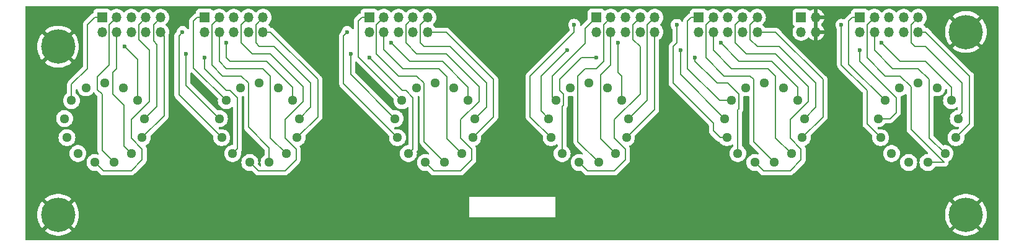
<source format=gbr>
%TF.GenerationSoftware,KiCad,Pcbnew,8.0.4+dfsg-1*%
%TF.CreationDate,2025-02-17T18:06:48+01:00*%
%TF.ProjectId,nixie-clock-tubes,6e697869-652d-4636-9c6f-636b2d747562,rev?*%
%TF.SameCoordinates,Original*%
%TF.FileFunction,Copper,L1,Top*%
%TF.FilePolarity,Positive*%
%FSLAX46Y46*%
G04 Gerber Fmt 4.6, Leading zero omitted, Abs format (unit mm)*
G04 Created by KiCad (PCBNEW 8.0.4+dfsg-1) date 2025-02-17 18:06:48*
%MOMM*%
%LPD*%
G01*
G04 APERTURE LIST*
%TA.AperFunction,ComponentPad*%
%ADD10R,1.350000X1.350000*%
%TD*%
%TA.AperFunction,ComponentPad*%
%ADD11O,1.350000X1.350000*%
%TD*%
%TA.AperFunction,ComponentPad*%
%ADD12C,4.700000*%
%TD*%
%TA.AperFunction,ComponentPad*%
%ADD13O,1.300000X1.300000*%
%TD*%
%TA.AperFunction,ViaPad*%
%ADD14C,0.600000*%
%TD*%
%TA.AperFunction,Conductor*%
%ADD15C,0.200000*%
%TD*%
G04 APERTURE END LIST*
D10*
%TO.P,J5,1,Pin_1*%
%TO.N,D2-0*%
X102000000Y-89000000D03*
D11*
%TO.P,J5,2,Pin_2*%
%TO.N,D2-1*%
X102000000Y-91000000D03*
%TO.P,J5,3,Pin_3*%
%TO.N,D2-5*%
X104000000Y-89000000D03*
%TO.P,J5,4,Pin_4*%
%TO.N,D2-4*%
X104000000Y-91000000D03*
%TO.P,J5,5,Pin_5*%
%TO.N,D2-8*%
X106000000Y-89000000D03*
%TO.P,J5,6,Pin_6*%
%TO.N,D2-9*%
X106000000Y-91000000D03*
%TO.P,J5,7,Pin_7*%
%TO.N,D2-6*%
X108000000Y-89000000D03*
%TO.P,J5,8,Pin_8*%
%TO.N,D2-7*%
X108000000Y-91000000D03*
%TO.P,J5,9,Pin_9*%
%TO.N,D2-2*%
X110000000Y-89000000D03*
%TO.P,J5,10,Pin_10*%
%TO.N,D2-3*%
X110000000Y-91000000D03*
%TD*%
D12*
%TO.P,H3,1,1*%
%TO.N,GND*%
X206000000Y-116000000D03*
%TD*%
D10*
%TO.P,J3,1,Pin_1*%
%TO.N,D4-0*%
X155500000Y-89000000D03*
D11*
%TO.P,J3,2,Pin_2*%
%TO.N,D4-1*%
X155500000Y-91000000D03*
%TO.P,J3,3,Pin_3*%
%TO.N,D4-5*%
X157500000Y-89000000D03*
%TO.P,J3,4,Pin_4*%
%TO.N,D4-4*%
X157500000Y-91000000D03*
%TO.P,J3,5,Pin_5*%
%TO.N,D4-8*%
X159500000Y-89000000D03*
%TO.P,J3,6,Pin_6*%
%TO.N,D4-9*%
X159500000Y-91000000D03*
%TO.P,J3,7,Pin_7*%
%TO.N,D4-6*%
X161500000Y-89000000D03*
%TO.P,J3,8,Pin_8*%
%TO.N,D4-7*%
X161500000Y-91000000D03*
%TO.P,J3,9,Pin_9*%
%TO.N,D4-2*%
X163500000Y-89000000D03*
%TO.P,J3,10,Pin_10*%
%TO.N,D4-3*%
X163500000Y-91000000D03*
%TD*%
D12*
%TO.P,H2,1,1*%
%TO.N,GND*%
X206000000Y-91000000D03*
%TD*%
D10*
%TO.P,J7,1,Pin_1*%
%TO.N,ANODE*%
X183500000Y-89000000D03*
D11*
%TO.P,J7,2,Pin_2*%
X183500000Y-91000000D03*
%TO.P,J7,3,Pin_3*%
%TO.N,GND*%
X185500000Y-89000000D03*
%TO.P,J7,4,Pin_4*%
X185500000Y-91000000D03*
%TD*%
D10*
%TO.P,J4,1,Pin_1*%
%TO.N,D1-0*%
X88000000Y-89000000D03*
D11*
%TO.P,J4,2,Pin_2*%
%TO.N,D1-1*%
X88000000Y-91000000D03*
%TO.P,J4,3,Pin_3*%
%TO.N,D1-5*%
X90000000Y-89000000D03*
%TO.P,J4,4,Pin_4*%
%TO.N,D1-4*%
X90000000Y-91000000D03*
%TO.P,J4,5,Pin_5*%
%TO.N,D1-8*%
X92000000Y-89000000D03*
%TO.P,J4,6,Pin_6*%
%TO.N,D1-9*%
X92000000Y-91000000D03*
%TO.P,J4,7,Pin_7*%
%TO.N,D1-6*%
X94000000Y-89000000D03*
%TO.P,J4,8,Pin_8*%
%TO.N,D1-7*%
X94000000Y-91000000D03*
%TO.P,J4,9,Pin_9*%
%TO.N,D1-2*%
X96000000Y-89000000D03*
%TO.P,J4,10,Pin_10*%
%TO.N,D1-3*%
X96000000Y-91000000D03*
%TD*%
D10*
%TO.P,J1,1,Pin_1*%
%TO.N,D5-0*%
X169500000Y-89000000D03*
D11*
%TO.P,J1,2,Pin_2*%
%TO.N,D5-1*%
X169500000Y-91000000D03*
%TO.P,J1,3,Pin_3*%
%TO.N,D5-5*%
X171500000Y-89000000D03*
%TO.P,J1,4,Pin_4*%
%TO.N,D5-4*%
X171500000Y-91000000D03*
%TO.P,J1,5,Pin_5*%
%TO.N,D5-8*%
X173500000Y-89000000D03*
%TO.P,J1,6,Pin_6*%
%TO.N,D5-9*%
X173500000Y-91000000D03*
%TO.P,J1,7,Pin_7*%
%TO.N,D5-6*%
X175500000Y-89000000D03*
%TO.P,J1,8,Pin_8*%
%TO.N,D5-7*%
X175500000Y-91000000D03*
%TO.P,J1,9,Pin_9*%
%TO.N,D5-2*%
X177500000Y-89000000D03*
%TO.P,J1,10,Pin_10*%
%TO.N,D5-3*%
X177500000Y-91000000D03*
%TD*%
D12*
%TO.P,H4,1,1*%
%TO.N,GND*%
X82000000Y-116000000D03*
%TD*%
D10*
%TO.P,J2,1,Pin_1*%
%TO.N,D6-0*%
X191500000Y-89000000D03*
D11*
%TO.P,J2,2,Pin_2*%
%TO.N,D6-1*%
X191500000Y-91000000D03*
%TO.P,J2,3,Pin_3*%
%TO.N,D6-5*%
X193500000Y-89000000D03*
%TO.P,J2,4,Pin_4*%
%TO.N,D6-4*%
X193500000Y-91000000D03*
%TO.P,J2,5,Pin_5*%
%TO.N,D6-8*%
X195500000Y-89000000D03*
%TO.P,J2,6,Pin_6*%
%TO.N,D6-9*%
X195500000Y-91000000D03*
%TO.P,J2,7,Pin_7*%
%TO.N,D6-6*%
X197500000Y-89000000D03*
%TO.P,J2,8,Pin_8*%
%TO.N,D6-7*%
X197500000Y-91000000D03*
%TO.P,J2,9,Pin_9*%
%TO.N,D6-2*%
X199500000Y-89000000D03*
%TO.P,J2,10,Pin_10*%
%TO.N,D6-3*%
X199500000Y-91000000D03*
%TD*%
D12*
%TO.P,H1,1,1*%
%TO.N,GND*%
X82000000Y-93000000D03*
%TD*%
D10*
%TO.P,J6,1,Pin_1*%
%TO.N,D3-0*%
X124500000Y-89000000D03*
D11*
%TO.P,J6,2,Pin_2*%
%TO.N,D3-1*%
X124500000Y-91000000D03*
%TO.P,J6,3,Pin_3*%
%TO.N,D3-5*%
X126500000Y-89000000D03*
%TO.P,J6,4,Pin_4*%
%TO.N,D3-4*%
X126500000Y-91000000D03*
%TO.P,J6,5,Pin_5*%
%TO.N,D3-8*%
X128500000Y-89000000D03*
%TO.P,J6,6,Pin_6*%
%TO.N,D3-9*%
X128500000Y-91000000D03*
%TO.P,J6,7,Pin_7*%
%TO.N,D3-6*%
X130500000Y-89000000D03*
%TO.P,J6,8,Pin_8*%
%TO.N,D3-7*%
X130500000Y-91000000D03*
%TO.P,J6,9,Pin_9*%
%TO.N,D3-2*%
X132500000Y-89000000D03*
%TO.P,J6,10,Pin_10*%
%TO.N,D3-3*%
X132500000Y-91000000D03*
%TD*%
D13*
%TO.P,N1,1,A*%
%TO.N,Net-(N1-A)*%
X88352826Y-98000000D03*
%TO.P,N1,2,DPL*%
%TO.N,unconnected-(N1-DPL-Pad2)*%
X90908803Y-98629992D03*
%TO.P,N1,3,1*%
%TO.N,D1-1*%
X92879237Y-100375644D03*
%TO.P,N1,4,2*%
%TO.N,D1-2*%
X93812724Y-102837049D03*
%TO.P,N1,5,3*%
%TO.N,D1-3*%
X93495415Y-105450326D03*
%TO.P,N1,6,4*%
%TO.N,D1-4*%
X92000000Y-107616809D03*
%TO.P,N1,7,5*%
%TO.N,D1-5*%
X89669062Y-108840179D03*
%TO.P,N1,8,6*%
%TO.N,D1-6*%
X87036590Y-108840179D03*
%TO.P,N1,9,7*%
%TO.N,D1-7*%
X84705652Y-107616809D03*
%TO.P,N1,10,8*%
%TO.N,D1-8*%
X83210237Y-105450326D03*
%TO.P,N1,11,9*%
%TO.N,D1-9*%
X82892928Y-102837049D03*
%TO.P,N1,12,0*%
%TO.N,D1-0*%
X83826415Y-100375644D03*
%TO.P,N1,13,DPR*%
%TO.N,unconnected-(N1-DPR-Pad13)*%
X85796849Y-98629992D03*
%TD*%
%TO.P,N5,1,A*%
%TO.N,Net-(N5-A)*%
X178500000Y-98000000D03*
%TO.P,N5,2,DPL*%
%TO.N,unconnected-(N5-DPL-Pad2)*%
X181055977Y-98629992D03*
%TO.P,N5,3,1*%
%TO.N,D5-1*%
X183026411Y-100375644D03*
%TO.P,N5,4,2*%
%TO.N,D5-2*%
X183959898Y-102837049D03*
%TO.P,N5,5,3*%
%TO.N,D5-3*%
X183642589Y-105450326D03*
%TO.P,N5,6,4*%
%TO.N,D5-4*%
X182147174Y-107616809D03*
%TO.P,N5,7,5*%
%TO.N,D5-5*%
X179816236Y-108840179D03*
%TO.P,N5,8,6*%
%TO.N,D5-6*%
X177183764Y-108840179D03*
%TO.P,N5,9,7*%
%TO.N,D5-7*%
X174852826Y-107616809D03*
%TO.P,N5,10,8*%
%TO.N,D5-8*%
X173357411Y-105450326D03*
%TO.P,N5,11,9*%
%TO.N,D5-9*%
X173040102Y-102837049D03*
%TO.P,N5,12,0*%
%TO.N,D5-0*%
X173973589Y-100375644D03*
%TO.P,N5,13,DPR*%
%TO.N,unconnected-(N5-DPR-Pad13)*%
X175944023Y-98629992D03*
%TD*%
%TO.P,N3,1,A*%
%TO.N,Net-(N3-A)*%
X133500000Y-98000000D03*
%TO.P,N3,2,DPL*%
%TO.N,unconnected-(N3-DPL-Pad2)*%
X136055977Y-98629992D03*
%TO.P,N3,3,1*%
%TO.N,D3-1*%
X138026411Y-100375644D03*
%TO.P,N3,4,2*%
%TO.N,D3-2*%
X138959898Y-102837049D03*
%TO.P,N3,5,3*%
%TO.N,D3-3*%
X138642589Y-105450326D03*
%TO.P,N3,6,4*%
%TO.N,D3-4*%
X137147174Y-107616809D03*
%TO.P,N3,7,5*%
%TO.N,D3-5*%
X134816236Y-108840179D03*
%TO.P,N3,8,6*%
%TO.N,D3-6*%
X132183764Y-108840179D03*
%TO.P,N3,9,7*%
%TO.N,D3-7*%
X129852826Y-107616809D03*
%TO.P,N3,10,8*%
%TO.N,D3-8*%
X128357411Y-105450326D03*
%TO.P,N3,11,9*%
%TO.N,D3-9*%
X128040102Y-102837049D03*
%TO.P,N3,12,0*%
%TO.N,D3-0*%
X128973589Y-100375644D03*
%TO.P,N3,13,DPR*%
%TO.N,unconnected-(N3-DPR-Pad13)*%
X130944023Y-98629992D03*
%TD*%
%TO.P,N6,1,A*%
%TO.N,Net-(N6-A)*%
X199500000Y-98000000D03*
%TO.P,N6,2,DPL*%
%TO.N,unconnected-(N6-DPL-Pad2)*%
X202055977Y-98629992D03*
%TO.P,N6,3,1*%
%TO.N,D6-1*%
X204026411Y-100375644D03*
%TO.P,N6,4,2*%
%TO.N,D6-2*%
X204959898Y-102837049D03*
%TO.P,N6,5,3*%
%TO.N,D6-3*%
X204642589Y-105450326D03*
%TO.P,N6,6,4*%
%TO.N,D6-4*%
X203147174Y-107616809D03*
%TO.P,N6,7,5*%
%TO.N,D6-5*%
X200816236Y-108840179D03*
%TO.P,N6,8,6*%
%TO.N,D6-6*%
X198183764Y-108840179D03*
%TO.P,N6,9,7*%
%TO.N,D6-7*%
X195852826Y-107616809D03*
%TO.P,N6,10,8*%
%TO.N,D6-8*%
X194357411Y-105450326D03*
%TO.P,N6,11,9*%
%TO.N,D6-9*%
X194040102Y-102837049D03*
%TO.P,N6,12,0*%
%TO.N,D6-0*%
X194973589Y-100375644D03*
%TO.P,N6,13,DPR*%
%TO.N,unconnected-(N6-DPR-Pad13)*%
X196944023Y-98629992D03*
%TD*%
%TO.P,N2,1,A*%
%TO.N,Net-(N2-A)*%
X109500000Y-98000000D03*
%TO.P,N2,2,DPL*%
%TO.N,unconnected-(N2-DPL-Pad2)*%
X112055977Y-98629992D03*
%TO.P,N2,3,1*%
%TO.N,D2-1*%
X114026411Y-100375644D03*
%TO.P,N2,4,2*%
%TO.N,D2-2*%
X114959898Y-102837049D03*
%TO.P,N2,5,3*%
%TO.N,D2-3*%
X114642589Y-105450326D03*
%TO.P,N2,6,4*%
%TO.N,D2-4*%
X113147174Y-107616809D03*
%TO.P,N2,7,5*%
%TO.N,D2-5*%
X110816236Y-108840179D03*
%TO.P,N2,8,6*%
%TO.N,D2-6*%
X108183764Y-108840179D03*
%TO.P,N2,9,7*%
%TO.N,D2-7*%
X105852826Y-107616809D03*
%TO.P,N2,10,8*%
%TO.N,D2-8*%
X104357411Y-105450326D03*
%TO.P,N2,11,9*%
%TO.N,D2-9*%
X104040102Y-102837049D03*
%TO.P,N2,12,0*%
%TO.N,D2-0*%
X104973589Y-100375644D03*
%TO.P,N2,13,DPR*%
%TO.N,unconnected-(N2-DPR-Pad13)*%
X106944023Y-98629992D03*
%TD*%
%TO.P,N4,1,A*%
%TO.N,Net-(N4-A)*%
X154500000Y-98000000D03*
%TO.P,N4,2,DPL*%
%TO.N,unconnected-(N4-DPL-Pad2)*%
X157055977Y-98629992D03*
%TO.P,N4,3,1*%
%TO.N,D4-1*%
X159026411Y-100375644D03*
%TO.P,N4,4,2*%
%TO.N,D4-2*%
X159959898Y-102837049D03*
%TO.P,N4,5,3*%
%TO.N,D4-3*%
X159642589Y-105450326D03*
%TO.P,N4,6,4*%
%TO.N,D4-4*%
X158147174Y-107616809D03*
%TO.P,N4,7,5*%
%TO.N,D4-5*%
X155816236Y-108840179D03*
%TO.P,N4,8,6*%
%TO.N,D4-6*%
X153183764Y-108840179D03*
%TO.P,N4,9,7*%
%TO.N,D4-7*%
X150852826Y-107616809D03*
%TO.P,N4,10,8*%
%TO.N,D4-8*%
X149357411Y-105450326D03*
%TO.P,N4,11,9*%
%TO.N,D4-9*%
X149040102Y-102837049D03*
%TO.P,N4,12,0*%
%TO.N,D4-0*%
X149973589Y-100375644D03*
%TO.P,N4,13,DPR*%
%TO.N,unconnected-(N4-DPR-Pad13)*%
X151944023Y-98629992D03*
%TD*%
D14*
%TO.N,D5-1*%
X172500000Y-92500000D03*
%TO.N,D5-9*%
X167000000Y-93500000D03*
%TO.N,D5-7*%
X169000000Y-94500000D03*
%TO.N,D5-8*%
X166500000Y-90000000D03*
%TO.N,D6-9*%
X191500000Y-93500000D03*
%TO.N,D6-8*%
X189000000Y-90000000D03*
%TO.N,D6-1*%
X194500000Y-92500000D03*
%TO.N,D4-8*%
X152500000Y-90000000D03*
%TO.N,D4-1*%
X158500000Y-92500000D03*
%TO.N,D4-7*%
X155500000Y-94500000D03*
%TO.N,D4-9*%
X151500000Y-93500000D03*
%TO.N,D1-1*%
X91050000Y-92950000D03*
%TO.N,D2-1*%
X105000000Y-92500000D03*
%TO.N,D2-9*%
X99500000Y-94000000D03*
%TO.N,D2-7*%
X102000000Y-94500000D03*
%TO.N,D2-8*%
X99000000Y-91000000D03*
%TO.N,D3-9*%
X122000000Y-94000000D03*
%TO.N,D3-1*%
X127500000Y-92500000D03*
%TO.N,D3-8*%
X121500000Y-91000000D03*
%TO.N,D3-7*%
X124500000Y-94500000D03*
%TO.N,GND*%
X99000000Y-102000000D03*
X139000000Y-118000000D03*
X179000000Y-118000000D03*
X99000000Y-118000000D03*
X189000000Y-118000000D03*
X144000000Y-99000000D03*
X189000000Y-99000000D03*
X129000000Y-118000000D03*
X165000000Y-99000000D03*
X149000000Y-118000000D03*
X180500000Y-89000000D03*
X119500000Y-99000000D03*
X121500000Y-89000000D03*
X159000000Y-118000000D03*
X99000000Y-89000000D03*
X209500000Y-113500000D03*
X148500000Y-89000000D03*
X119000000Y-118000000D03*
X166500000Y-89000000D03*
X199000000Y-118000000D03*
X109000000Y-118000000D03*
X209500000Y-93500000D03*
X78500000Y-113500000D03*
X89000000Y-118000000D03*
X169000000Y-118000000D03*
X209500000Y-103500000D03*
X81000000Y-89000000D03*
X78500000Y-93500000D03*
X202500000Y-90000000D03*
X113000000Y-89000000D03*
X78500000Y-103500000D03*
X136000000Y-89000000D03*
X142000000Y-89000000D03*
%TD*%
D15*
%TO.N,D5-4*%
X179000000Y-96000000D02*
X174000000Y-96000000D01*
X171500000Y-93500000D02*
X171500000Y-91000000D01*
X180000000Y-105469635D02*
X180000000Y-97000000D01*
X180000000Y-97000000D02*
X179000000Y-96000000D01*
X174000000Y-96000000D02*
X171500000Y-93500000D01*
X182147174Y-107616809D02*
X180000000Y-105469635D01*
%TO.N,D5-1*%
X183026411Y-100375644D02*
X183026411Y-98526411D01*
X179500000Y-95000000D02*
X175000000Y-95000000D01*
X175000000Y-95000000D02*
X172500000Y-92500000D01*
X183026411Y-98526411D02*
X179500000Y-95000000D01*
%TO.N,D5-5*%
X173000000Y-97000000D02*
X170500000Y-94500000D01*
X177000000Y-106023943D02*
X177000000Y-97500000D01*
X176500000Y-97000000D02*
X173000000Y-97000000D01*
X177000000Y-97500000D02*
X176500000Y-97000000D01*
X170500000Y-94500000D02*
X170500000Y-90000000D01*
X170500000Y-90000000D02*
X171500000Y-89000000D01*
X179816236Y-108840179D02*
X177000000Y-106023943D01*
%TO.N,D5-9*%
X173040102Y-102837049D02*
X167000000Y-96796947D01*
X167000000Y-96796947D02*
X167000000Y-93500000D01*
%TO.N,D5-2*%
X177500000Y-93000000D02*
X176525000Y-92025000D01*
X185500000Y-101296947D02*
X185500000Y-98000000D01*
X180500000Y-93000000D02*
X177500000Y-93000000D01*
X176525000Y-92025000D02*
X176525000Y-89975000D01*
X176525000Y-89975000D02*
X177500000Y-89000000D01*
X185500000Y-98000000D02*
X180500000Y-93000000D01*
X183959898Y-102837049D02*
X185500000Y-101296947D01*
%TO.N,D5-3*%
X180000000Y-91000000D02*
X177500000Y-91000000D01*
X186500000Y-102592915D02*
X186500000Y-97500000D01*
X186500000Y-97500000D02*
X180000000Y-91000000D01*
X183642589Y-105450326D02*
X186500000Y-102592915D01*
%TO.N,D5-0*%
X173973589Y-100375644D02*
X172375644Y-100375644D01*
X172375644Y-100375644D02*
X168000000Y-96000000D01*
X168000000Y-96000000D02*
X168000000Y-89500000D01*
X168500000Y-89000000D02*
X169500000Y-89000000D01*
X168000000Y-89500000D02*
X168500000Y-89000000D01*
%TO.N,D5-7*%
X173500000Y-98000000D02*
X175000000Y-99500000D01*
X171500000Y-97500000D02*
X169000000Y-95000000D01*
X171500000Y-97500000D02*
X172000000Y-98000000D01*
X175000000Y-101500000D02*
X174852826Y-101647174D01*
X172000000Y-98000000D02*
X173500000Y-98000000D01*
X175000000Y-99500000D02*
X175000000Y-101500000D01*
X174852826Y-101647174D02*
X174852826Y-107616809D01*
X169000000Y-95000000D02*
X169000000Y-94500000D01*
%TO.N,D5-6*%
X184500000Y-100500000D02*
X184500000Y-98500000D01*
X182000000Y-110000000D02*
X183500000Y-108500000D01*
X174500000Y-90000000D02*
X175500000Y-89000000D01*
X182000000Y-103000000D02*
X184500000Y-100500000D01*
X178343585Y-110000000D02*
X182000000Y-110000000D01*
X184500000Y-98500000D02*
X180000000Y-94000000D01*
X177183764Y-108840179D02*
X178343585Y-110000000D01*
X174500000Y-92500000D02*
X174500000Y-90000000D01*
X176000000Y-94000000D02*
X174500000Y-92500000D01*
X183500000Y-107000000D02*
X182000000Y-105500000D01*
X182000000Y-105500000D02*
X182000000Y-103000000D01*
X180000000Y-94000000D02*
X176000000Y-94000000D01*
X183500000Y-108500000D02*
X183500000Y-107000000D01*
%TO.N,D5-8*%
X173357411Y-105450326D02*
X172450326Y-105450326D01*
X166000000Y-93000000D02*
X166500000Y-92500000D01*
X166000000Y-98000000D02*
X166000000Y-93000000D01*
X171500000Y-103500000D02*
X166000000Y-98000000D01*
X172450326Y-105450326D02*
X171500000Y-104500000D01*
X171500000Y-104500000D02*
X171500000Y-103500000D01*
X166500000Y-92500000D02*
X166500000Y-90000000D01*
%TO.N,D6-9*%
X191500000Y-95000000D02*
X191500000Y-93500000D01*
X194040102Y-102837049D02*
X195662951Y-102837049D01*
X196500000Y-100000000D02*
X195500000Y-99000000D01*
X196500000Y-102000000D02*
X196500000Y-100000000D01*
X195500000Y-99000000D02*
X191500000Y-95000000D01*
X195662951Y-102837049D02*
X196500000Y-102000000D01*
%TO.N,D6-8*%
X189000000Y-90000000D02*
X189000000Y-95500000D01*
X189000000Y-95500000D02*
X192500000Y-99000000D01*
X192500000Y-99000000D02*
X192500000Y-103592915D01*
X192500000Y-103592915D02*
X194357411Y-105450326D01*
%TO.N,D6-5*%
X203027041Y-108840179D02*
X198500000Y-104313138D01*
X200816236Y-108840179D02*
X203027041Y-108840179D01*
X192500000Y-90000000D02*
X193500000Y-89000000D01*
X198500000Y-104313138D02*
X198500000Y-98500000D01*
X197000000Y-97000000D02*
X195000000Y-97000000D01*
X195000000Y-97000000D02*
X192500000Y-94500000D01*
X198500000Y-98500000D02*
X197000000Y-97000000D01*
X192500000Y-94500000D02*
X192500000Y-90000000D01*
%TO.N,D6-0*%
X190500000Y-89000000D02*
X190000000Y-89500000D01*
X190000000Y-89500000D02*
X190000000Y-95402055D01*
X191500000Y-89000000D02*
X190500000Y-89000000D01*
X190000000Y-95402055D02*
X194973589Y-100375644D01*
%TO.N,D6-2*%
X205500000Y-102000000D02*
X205500000Y-98000000D01*
X205500000Y-98000000D02*
X200500000Y-93000000D01*
X199000000Y-93000000D02*
X198500000Y-92500000D01*
X198500000Y-90000000D02*
X199500000Y-89000000D01*
X198500000Y-92500000D02*
X198500000Y-90000000D01*
X204959898Y-102837049D02*
X204959898Y-102540102D01*
X200500000Y-93000000D02*
X199000000Y-93000000D01*
X204959898Y-102540102D02*
X205500000Y-102000000D01*
%TO.N,D6-3*%
X206500000Y-97000000D02*
X206500000Y-103592915D01*
X200500000Y-91000000D02*
X206500000Y-97000000D01*
X206500000Y-103592915D02*
X204642589Y-105450326D01*
X199500000Y-91000000D02*
X200500000Y-91000000D01*
%TO.N,D6-4*%
X199500000Y-96000000D02*
X196000000Y-96000000D01*
X203147174Y-107616809D02*
X201000000Y-105469635D01*
X201000000Y-105469635D02*
X201000000Y-97500000D01*
X193500000Y-93500000D02*
X193500000Y-91000000D01*
X201000000Y-97500000D02*
X199500000Y-96000000D01*
X196000000Y-96000000D02*
X193500000Y-93500000D01*
%TO.N,D6-1*%
X200500000Y-95000000D02*
X197000000Y-95000000D01*
X197000000Y-95000000D02*
X194500000Y-92500000D01*
X204026411Y-98526411D02*
X200500000Y-95000000D01*
X204026411Y-100375644D02*
X204026411Y-98526411D01*
%TO.N,D4-8*%
X146500000Y-97000000D02*
X146500000Y-102592915D01*
X146500000Y-102592915D02*
X149357411Y-105450326D01*
X152500000Y-90000000D02*
X152500000Y-91000000D01*
X152500000Y-91000000D02*
X146500000Y-97000000D01*
%TO.N,D4-1*%
X158500000Y-96500000D02*
X159026411Y-97026411D01*
X159026411Y-97026411D02*
X159026411Y-100375644D01*
X158500000Y-92500000D02*
X158500000Y-96500000D01*
%TO.N,D4-7*%
X150500000Y-97500000D02*
X150500000Y-99000000D01*
X155500000Y-94500000D02*
X153500000Y-94500000D01*
X150500000Y-99000000D02*
X151000000Y-99500000D01*
X151000000Y-99500000D02*
X151000000Y-101000000D01*
X151000000Y-101000000D02*
X150852826Y-101147174D01*
X150852826Y-101147174D02*
X150852826Y-107616809D01*
X153500000Y-94500000D02*
X150500000Y-97500000D01*
%TO.N,D4-6*%
X153183764Y-108840179D02*
X154343585Y-110000000D01*
X158000000Y-105500000D02*
X158000000Y-103000000D01*
X161500000Y-99500000D02*
X161500000Y-93000000D01*
X154343585Y-110000000D02*
X158000000Y-110000000D01*
X159500000Y-107000000D02*
X158000000Y-105500000D01*
X158000000Y-110000000D02*
X159500000Y-108500000D01*
X160525000Y-89975000D02*
X161500000Y-89000000D01*
X160525000Y-92025000D02*
X160525000Y-89975000D01*
X161500000Y-93000000D02*
X160525000Y-92025000D01*
X158000000Y-103000000D02*
X161500000Y-99500000D01*
X159500000Y-108500000D02*
X159500000Y-107000000D01*
%TO.N,D4-0*%
X154000000Y-90500000D02*
X155500000Y-89000000D01*
X149500000Y-97065686D02*
X154000000Y-92565686D01*
X149973589Y-100375644D02*
X149500000Y-99902055D01*
X149500000Y-99902055D02*
X149500000Y-97065686D01*
X154000000Y-92565686D02*
X154000000Y-90500000D01*
%TO.N,D4-3*%
X163500000Y-101592915D02*
X159642589Y-105450326D01*
X163500000Y-91000000D02*
X163500000Y-101592915D01*
%TO.N,D4-9*%
X148000000Y-97000000D02*
X151500000Y-93500000D01*
X148000000Y-101796947D02*
X148000000Y-97000000D01*
X149040102Y-102837049D02*
X148000000Y-101796947D01*
%TO.N,D4-5*%
X154000000Y-96000000D02*
X155500000Y-96000000D01*
X155500000Y-96000000D02*
X156525000Y-94975000D01*
X153000000Y-106023943D02*
X153000000Y-97000000D01*
X156525000Y-89975000D02*
X157500000Y-89000000D01*
X153000000Y-97000000D02*
X154000000Y-96000000D01*
X155816236Y-108840179D02*
X153000000Y-106023943D01*
X156525000Y-94975000D02*
X156525000Y-89975000D01*
%TO.N,D4-4*%
X156105977Y-96894023D02*
X157500000Y-95500000D01*
X158147174Y-107616809D02*
X156105977Y-105575612D01*
X157500000Y-95500000D02*
X157500000Y-91000000D01*
X156105977Y-105575612D02*
X156105977Y-96894023D01*
%TO.N,D4-2*%
X162475000Y-100321947D02*
X162475000Y-90025000D01*
X162475000Y-90025000D02*
X163500000Y-89000000D01*
X159959898Y-102837049D02*
X162475000Y-100321947D01*
%TO.N,D1-5*%
X89000000Y-90000000D02*
X90000000Y-89000000D01*
X88000000Y-107171117D02*
X88000000Y-99500000D01*
X87402826Y-97097174D02*
X89000000Y-95500000D01*
X87402826Y-98902826D02*
X87402826Y-97097174D01*
X88000000Y-99500000D02*
X87402826Y-98902826D01*
X89669062Y-108840179D02*
X88000000Y-107171117D01*
X89000000Y-95500000D02*
X89000000Y-90000000D01*
%TO.N,D1-6*%
X88196411Y-110000000D02*
X92000000Y-110000000D01*
X92000000Y-110000000D02*
X93500000Y-108500000D01*
X94500000Y-93500000D02*
X93000000Y-92000000D01*
X94500000Y-100500000D02*
X94500000Y-93500000D01*
X93500000Y-108500000D02*
X93500000Y-107000000D01*
X93500000Y-107000000D02*
X92000000Y-105500000D01*
X92000000Y-105500000D02*
X92000000Y-103000000D01*
X92000000Y-103000000D02*
X94500000Y-100500000D01*
X93000000Y-92000000D02*
X93000000Y-90000000D01*
X87036590Y-108840179D02*
X88196411Y-110000000D01*
X93000000Y-90000000D02*
X94000000Y-89000000D01*
%TO.N,D1-1*%
X91050000Y-92950000D02*
X92879237Y-94779237D01*
X92879237Y-94779237D02*
X92879237Y-100375644D01*
%TO.N,D1-3*%
X96000000Y-91000000D02*
X96500000Y-91500000D01*
X96500000Y-91500000D02*
X96500000Y-102445741D01*
X96500000Y-102445741D02*
X93495415Y-105450326D01*
%TO.N,D1-2*%
X95500000Y-92689430D02*
X95500000Y-101149773D01*
X95025000Y-89975000D02*
X95025000Y-92214430D01*
X95500000Y-101149773D02*
X93812724Y-102837049D01*
X96000000Y-89000000D02*
X95025000Y-89975000D01*
X95025000Y-92214430D02*
X95500000Y-92689430D01*
%TO.N,D1-4*%
X91000000Y-106616809D02*
X91000000Y-101000000D01*
X89500000Y-99500000D02*
X89500000Y-96500000D01*
X91000000Y-101000000D02*
X89500000Y-99500000D01*
X92000000Y-107616809D02*
X91000000Y-106616809D01*
X89500000Y-96500000D02*
X90000000Y-96000000D01*
X90000000Y-96000000D02*
X90000000Y-91000000D01*
%TO.N,D1-0*%
X86000000Y-90000000D02*
X86000000Y-96000000D01*
X83826415Y-98173585D02*
X83826415Y-100375644D01*
X88000000Y-89000000D02*
X87000000Y-89000000D01*
X86000000Y-96000000D02*
X83826415Y-98173585D01*
X87000000Y-89000000D02*
X86000000Y-90000000D01*
%TO.N,D2-5*%
X107000000Y-97000000D02*
X104500000Y-97000000D01*
X108000000Y-98000000D02*
X107000000Y-97000000D01*
X110816236Y-108840179D02*
X110816236Y-106816236D01*
X110816236Y-106816236D02*
X108000000Y-104000000D01*
X103025000Y-95525000D02*
X103025000Y-89975000D01*
X103025000Y-89975000D02*
X104000000Y-89000000D01*
X108000000Y-104000000D02*
X108000000Y-98000000D01*
X104500000Y-97000000D02*
X103025000Y-95525000D01*
%TO.N,D2-1*%
X105000000Y-94500000D02*
X105500000Y-95000000D01*
X114026411Y-98526411D02*
X114026411Y-100375644D01*
X105000000Y-92500000D02*
X105000000Y-94500000D01*
X105500000Y-95000000D02*
X110500000Y-95000000D01*
X110500000Y-95000000D02*
X114026411Y-98526411D01*
%TO.N,D2-9*%
X99500000Y-98296947D02*
X99500000Y-94000000D01*
X104040102Y-102837049D02*
X99500000Y-98296947D01*
%TO.N,D2-7*%
X106500000Y-100000000D02*
X105500000Y-99000000D01*
X106500000Y-106969635D02*
X106500000Y-100000000D01*
X105000000Y-99000000D02*
X102000000Y-96000000D01*
X105852826Y-107616809D02*
X106500000Y-106969635D01*
X102000000Y-96000000D02*
X102000000Y-94500000D01*
X105500000Y-99000000D02*
X105000000Y-99000000D01*
%TO.N,D2-3*%
X117500000Y-97500000D02*
X111000000Y-91000000D01*
X111000000Y-91000000D02*
X110000000Y-91000000D01*
X114642589Y-105450326D02*
X117500000Y-102592915D01*
X117500000Y-102592915D02*
X117500000Y-97500000D01*
%TO.N,D2-4*%
X105000000Y-96000000D02*
X104000000Y-95000000D01*
X111000000Y-105469635D02*
X111000000Y-97000000D01*
X110000000Y-96000000D02*
X105000000Y-96000000D01*
X113147174Y-107616809D02*
X111000000Y-105469635D01*
X111000000Y-97000000D02*
X110000000Y-96000000D01*
X104000000Y-95000000D02*
X104000000Y-91000000D01*
%TO.N,D2-0*%
X101000000Y-89000000D02*
X100500000Y-89500000D01*
X100500000Y-95902055D02*
X104973589Y-100375644D01*
X100500000Y-89500000D02*
X100500000Y-95902055D01*
X102000000Y-89000000D02*
X101000000Y-89000000D01*
%TO.N,D2-6*%
X109343585Y-110000000D02*
X113000000Y-110000000D01*
X114500000Y-108500000D02*
X114500000Y-107000000D01*
X114500000Y-107000000D02*
X113000000Y-105500000D01*
X115500000Y-98500000D02*
X111000000Y-94000000D01*
X107000000Y-90000000D02*
X108000000Y-89000000D01*
X115500000Y-100500000D02*
X115500000Y-98500000D01*
X107000000Y-92500000D02*
X107000000Y-90000000D01*
X108183764Y-108840179D02*
X109343585Y-110000000D01*
X113000000Y-110000000D02*
X114500000Y-108500000D01*
X111000000Y-94000000D02*
X108500000Y-94000000D01*
X113000000Y-103000000D02*
X115500000Y-100500000D01*
X113000000Y-105500000D02*
X113000000Y-103000000D01*
X108500000Y-94000000D02*
X107000000Y-92500000D01*
%TO.N,D2-2*%
X109500000Y-93000000D02*
X109000000Y-92500000D01*
X109000000Y-92500000D02*
X109000000Y-90000000D01*
X116500000Y-98000000D02*
X111500000Y-93000000D01*
X109000000Y-90000000D02*
X110000000Y-89000000D01*
X111500000Y-93000000D02*
X109500000Y-93000000D01*
X116500000Y-101296947D02*
X116500000Y-98000000D01*
X114959898Y-102837049D02*
X116500000Y-101296947D01*
%TO.N,D2-8*%
X104357411Y-105450326D02*
X98500000Y-99592915D01*
X98500000Y-99592915D02*
X98500000Y-91500000D01*
X98500000Y-91500000D02*
X99000000Y-91000000D01*
%TO.N,D3-6*%
X132183764Y-108840179D02*
X133343585Y-110000000D01*
X131000000Y-94000000D02*
X129500000Y-92500000D01*
X129500000Y-92500000D02*
X129500000Y-90000000D01*
X138500000Y-107000000D02*
X137000000Y-105500000D01*
X137000000Y-103000000D02*
X139500000Y-100500000D01*
X139500000Y-98500000D02*
X135000000Y-94000000D01*
X135000000Y-94000000D02*
X131000000Y-94000000D01*
X137000000Y-110000000D02*
X138500000Y-108500000D01*
X133343585Y-110000000D02*
X137000000Y-110000000D01*
X138500000Y-108500000D02*
X138500000Y-107000000D01*
X139500000Y-100500000D02*
X139500000Y-98500000D01*
X129500000Y-90000000D02*
X130500000Y-89000000D01*
X137000000Y-105500000D02*
X137000000Y-103000000D01*
%TO.N,D3-9*%
X128040102Y-102837049D02*
X122000000Y-96796947D01*
X122000000Y-96796947D02*
X122000000Y-94000000D01*
%TO.N,D3-1*%
X134500000Y-95000000D02*
X130000000Y-95000000D01*
X138026411Y-100375644D02*
X138026411Y-98526411D01*
X138026411Y-98526411D02*
X134500000Y-95000000D01*
X130000000Y-95000000D02*
X127500000Y-92500000D01*
%TO.N,D3-5*%
X125500000Y-94000000D02*
X125500000Y-90000000D01*
X125500000Y-90000000D02*
X126500000Y-89000000D01*
X132000000Y-98000000D02*
X131000000Y-97000000D01*
X134816236Y-108840179D02*
X132000000Y-106023943D01*
X131000000Y-97000000D02*
X128500000Y-97000000D01*
X132000000Y-106023943D02*
X132000000Y-98000000D01*
X128500000Y-97000000D02*
X125500000Y-94000000D01*
%TO.N,D3-2*%
X140500000Y-101296947D02*
X140500000Y-98000000D01*
X140500000Y-98000000D02*
X135500000Y-93000000D01*
X132000000Y-93000000D02*
X131500000Y-92500000D01*
X131500000Y-92500000D02*
X131500000Y-90000000D01*
X135500000Y-93000000D02*
X132000000Y-93000000D01*
X138959898Y-102837049D02*
X140500000Y-101296947D01*
X131500000Y-90000000D02*
X132500000Y-89000000D01*
%TO.N,D3-0*%
X123000000Y-94402055D02*
X128973589Y-100375644D01*
X124500000Y-89000000D02*
X123500000Y-89000000D01*
X123000000Y-89500000D02*
X123000000Y-94402055D01*
X123500000Y-89000000D02*
X123000000Y-89500000D01*
%TO.N,D3-3*%
X138642589Y-105450326D02*
X141500000Y-102592915D01*
X135000000Y-91000000D02*
X132500000Y-91000000D01*
X141500000Y-102592915D02*
X141500000Y-97500000D01*
X141500000Y-97500000D02*
X135000000Y-91000000D01*
%TO.N,D3-8*%
X121000000Y-98092915D02*
X121000000Y-97500000D01*
X121000000Y-97500000D02*
X121000000Y-91500000D01*
X121000000Y-91500000D02*
X121500000Y-91000000D01*
X128357411Y-105450326D02*
X121000000Y-98092915D01*
%TO.N,D3-7*%
X129000000Y-99000000D02*
X129500000Y-99000000D01*
X129883191Y-107616809D02*
X129852826Y-107616809D01*
X124500000Y-94500000D02*
X129000000Y-99000000D01*
X130500000Y-100000000D02*
X130500000Y-107000000D01*
X130500000Y-107000000D02*
X129883191Y-107616809D01*
X129500000Y-99000000D02*
X130500000Y-100000000D01*
%TO.N,D3-4*%
X126500000Y-93375000D02*
X126500000Y-91000000D01*
X137147174Y-107616809D02*
X135105977Y-105575612D01*
X129125000Y-96000000D02*
X126500000Y-93375000D01*
X135105977Y-105575612D02*
X135105977Y-97105977D01*
X134000000Y-96000000D02*
X129125000Y-96000000D01*
X135105977Y-97105977D02*
X134000000Y-96000000D01*
%TD*%
%TA.AperFunction,Conductor*%
%TO.N,GND*%
G36*
X185750000Y-90684314D02*
G01*
X185745606Y-90679920D01*
X185654394Y-90627259D01*
X185552661Y-90600000D01*
X185447339Y-90600000D01*
X185345606Y-90627259D01*
X185254394Y-90679920D01*
X185250000Y-90684314D01*
X185250000Y-89315686D01*
X185254394Y-89320080D01*
X185345606Y-89372741D01*
X185447339Y-89400000D01*
X185552661Y-89400000D01*
X185654394Y-89372741D01*
X185745606Y-89320080D01*
X185750000Y-89315686D01*
X185750000Y-90684314D01*
G37*
%TD.AperFunction*%
%TA.AperFunction,Conductor*%
G36*
X210442539Y-87520185D02*
G01*
X210488294Y-87572989D01*
X210499500Y-87624500D01*
X210499500Y-119375500D01*
X210479815Y-119442539D01*
X210427011Y-119488294D01*
X210375500Y-119499500D01*
X77624500Y-119499500D01*
X77557461Y-119479815D01*
X77511706Y-119427011D01*
X77500500Y-119375500D01*
X77500500Y-115999996D01*
X79145170Y-115999996D01*
X79145170Y-116000003D01*
X79164473Y-116331426D01*
X79164474Y-116331437D01*
X79222118Y-116658351D01*
X79222121Y-116658365D01*
X79317336Y-116976408D01*
X79448827Y-117281236D01*
X79448833Y-117281249D01*
X79614824Y-117568755D01*
X79812357Y-117834087D01*
X80884728Y-116761716D01*
X80970278Y-116879466D01*
X81120534Y-117029722D01*
X81238281Y-117115270D01*
X80169289Y-118184263D01*
X80295215Y-118289925D01*
X80572588Y-118472356D01*
X80869252Y-118621347D01*
X80869258Y-118621350D01*
X81181213Y-118734892D01*
X81181234Y-118734899D01*
X81504248Y-118811456D01*
X81504263Y-118811458D01*
X81834012Y-118849999D01*
X81834013Y-118850000D01*
X82165987Y-118850000D01*
X82165987Y-118849999D01*
X82495736Y-118811458D01*
X82495751Y-118811456D01*
X82818765Y-118734899D01*
X82818786Y-118734892D01*
X83130741Y-118621350D01*
X83130747Y-118621347D01*
X83427411Y-118472356D01*
X83704789Y-118289922D01*
X83830708Y-118184263D01*
X83830709Y-118184262D01*
X82761718Y-117115270D01*
X82879466Y-117029722D01*
X83029722Y-116879466D01*
X83115270Y-116761718D01*
X84187641Y-117834088D01*
X84385175Y-117568756D01*
X84551166Y-117281249D01*
X84551172Y-117281236D01*
X84682663Y-116976408D01*
X84777878Y-116658365D01*
X84777881Y-116658351D01*
X84834605Y-116336655D01*
X138202062Y-116336655D01*
X149945082Y-116336655D01*
X149945082Y-115999996D01*
X203145170Y-115999996D01*
X203145170Y-116000003D01*
X203164473Y-116331426D01*
X203164474Y-116331437D01*
X203222118Y-116658351D01*
X203222121Y-116658365D01*
X203317336Y-116976408D01*
X203448827Y-117281236D01*
X203448833Y-117281249D01*
X203614824Y-117568755D01*
X203812357Y-117834087D01*
X204884728Y-116761716D01*
X204970278Y-116879466D01*
X205120534Y-117029722D01*
X205238281Y-117115270D01*
X204169289Y-118184263D01*
X204295215Y-118289925D01*
X204572588Y-118472356D01*
X204869252Y-118621347D01*
X204869258Y-118621350D01*
X205181213Y-118734892D01*
X205181234Y-118734899D01*
X205504248Y-118811456D01*
X205504263Y-118811458D01*
X205834012Y-118849999D01*
X205834013Y-118850000D01*
X206165987Y-118850000D01*
X206165987Y-118849999D01*
X206495736Y-118811458D01*
X206495751Y-118811456D01*
X206818765Y-118734899D01*
X206818786Y-118734892D01*
X207130741Y-118621350D01*
X207130747Y-118621347D01*
X207427411Y-118472356D01*
X207704789Y-118289922D01*
X207830708Y-118184263D01*
X207830709Y-118184262D01*
X206761718Y-117115270D01*
X206879466Y-117029722D01*
X207029722Y-116879466D01*
X207115270Y-116761718D01*
X208187641Y-117834088D01*
X208385175Y-117568756D01*
X208551166Y-117281249D01*
X208551172Y-117281236D01*
X208682663Y-116976408D01*
X208777878Y-116658365D01*
X208777881Y-116658351D01*
X208835525Y-116331437D01*
X208835526Y-116331426D01*
X208854830Y-116000003D01*
X208854830Y-115999996D01*
X208835526Y-115668573D01*
X208835525Y-115668562D01*
X208777881Y-115341648D01*
X208777878Y-115341634D01*
X208682663Y-115023591D01*
X208551172Y-114718763D01*
X208551166Y-114718750D01*
X208385172Y-114431239D01*
X208187642Y-114165910D01*
X207115270Y-115238281D01*
X207029722Y-115120534D01*
X206879466Y-114970278D01*
X206761717Y-114884728D01*
X207830709Y-113815736D01*
X207830709Y-113815735D01*
X207704784Y-113710074D01*
X207427411Y-113527643D01*
X207130747Y-113378652D01*
X207130741Y-113378649D01*
X206818786Y-113265107D01*
X206818765Y-113265100D01*
X206495751Y-113188543D01*
X206495736Y-113188541D01*
X206165987Y-113150000D01*
X205834013Y-113150000D01*
X205504263Y-113188541D01*
X205504248Y-113188543D01*
X205181234Y-113265100D01*
X205181213Y-113265107D01*
X204869258Y-113378649D01*
X204869252Y-113378652D01*
X204572581Y-113527646D01*
X204295220Y-113710070D01*
X204295213Y-113710075D01*
X204169289Y-113815735D01*
X205238282Y-114884728D01*
X205120534Y-114970278D01*
X204970278Y-115120534D01*
X204884728Y-115238282D01*
X203812357Y-114165911D01*
X203812356Y-114165911D01*
X203614829Y-114431236D01*
X203614825Y-114431242D01*
X203448833Y-114718750D01*
X203448827Y-114718763D01*
X203317336Y-115023591D01*
X203222121Y-115341634D01*
X203222118Y-115341648D01*
X203164474Y-115668562D01*
X203164473Y-115668573D01*
X203145170Y-115999996D01*
X149945082Y-115999996D01*
X149945082Y-113520629D01*
X138202062Y-113520629D01*
X138202062Y-116336655D01*
X84834605Y-116336655D01*
X84835525Y-116331437D01*
X84835526Y-116331426D01*
X84854830Y-116000003D01*
X84854830Y-115999996D01*
X84835526Y-115668573D01*
X84835525Y-115668562D01*
X84777881Y-115341648D01*
X84777878Y-115341634D01*
X84682663Y-115023591D01*
X84551172Y-114718763D01*
X84551166Y-114718750D01*
X84385172Y-114431239D01*
X84187642Y-114165910D01*
X83115270Y-115238281D01*
X83029722Y-115120534D01*
X82879466Y-114970278D01*
X82761717Y-114884728D01*
X83830709Y-113815736D01*
X83830709Y-113815735D01*
X83704784Y-113710074D01*
X83427411Y-113527643D01*
X83130747Y-113378652D01*
X83130741Y-113378649D01*
X82818786Y-113265107D01*
X82818765Y-113265100D01*
X82495751Y-113188543D01*
X82495736Y-113188541D01*
X82165987Y-113150000D01*
X81834013Y-113150000D01*
X81504263Y-113188541D01*
X81504248Y-113188543D01*
X81181234Y-113265100D01*
X81181213Y-113265107D01*
X80869258Y-113378649D01*
X80869252Y-113378652D01*
X80572581Y-113527646D01*
X80295220Y-113710070D01*
X80295213Y-113710075D01*
X80169289Y-113815735D01*
X81238282Y-114884728D01*
X81120534Y-114970278D01*
X80970278Y-115120534D01*
X80884728Y-115238282D01*
X79812357Y-114165911D01*
X79812356Y-114165911D01*
X79614829Y-114431236D01*
X79614825Y-114431242D01*
X79448833Y-114718750D01*
X79448827Y-114718763D01*
X79317336Y-115023591D01*
X79222121Y-115341634D01*
X79222118Y-115341648D01*
X79164474Y-115668562D01*
X79164473Y-115668573D01*
X79145170Y-115999996D01*
X77500500Y-115999996D01*
X77500500Y-107616808D01*
X83550223Y-107616808D01*
X83550223Y-107616809D01*
X83569896Y-107829119D01*
X83628248Y-108034201D01*
X83628248Y-108034203D01*
X83723284Y-108225062D01*
X83851779Y-108395215D01*
X83851780Y-108395216D01*
X84009350Y-108538861D01*
X84190633Y-108651107D01*
X84389454Y-108728130D01*
X84599042Y-108767309D01*
X84599044Y-108767309D01*
X84812260Y-108767309D01*
X84812262Y-108767309D01*
X85021850Y-108728130D01*
X85220671Y-108651107D01*
X85401954Y-108538861D01*
X85559524Y-108395216D01*
X85688018Y-108225064D01*
X85783057Y-108034198D01*
X85841408Y-107829119D01*
X85861081Y-107616809D01*
X85841408Y-107404499D01*
X85783057Y-107199420D01*
X85783055Y-107199415D01*
X85783055Y-107199414D01*
X85688019Y-107008555D01*
X85559524Y-106838402D01*
X85482534Y-106768216D01*
X85401954Y-106694757D01*
X85220671Y-106582511D01*
X85220669Y-106582510D01*
X85095263Y-106533928D01*
X85021850Y-106505488D01*
X84812262Y-106466309D01*
X84599042Y-106466309D01*
X84389454Y-106505488D01*
X84389451Y-106505488D01*
X84389451Y-106505489D01*
X84190634Y-106582510D01*
X84190632Y-106582511D01*
X84009351Y-106694756D01*
X83851779Y-106838402D01*
X83723284Y-107008555D01*
X83628248Y-107199414D01*
X83628248Y-107199416D01*
X83569896Y-107404498D01*
X83550223Y-107616808D01*
X77500500Y-107616808D01*
X77500500Y-105450325D01*
X82054808Y-105450325D01*
X82054808Y-105450326D01*
X82074481Y-105662636D01*
X82132833Y-105867718D01*
X82132833Y-105867720D01*
X82227869Y-106058579D01*
X82261415Y-106103000D01*
X82356365Y-106228733D01*
X82513935Y-106372378D01*
X82695218Y-106484624D01*
X82894039Y-106561647D01*
X83103627Y-106600826D01*
X83103629Y-106600826D01*
X83316845Y-106600826D01*
X83316847Y-106600826D01*
X83526435Y-106561647D01*
X83725256Y-106484624D01*
X83906539Y-106372378D01*
X84064109Y-106228733D01*
X84192603Y-106058581D01*
X84231472Y-105980521D01*
X84287640Y-105867720D01*
X84287640Y-105867719D01*
X84287642Y-105867715D01*
X84345993Y-105662636D01*
X84365666Y-105450326D01*
X84345993Y-105238016D01*
X84287642Y-105032937D01*
X84287640Y-105032932D01*
X84287640Y-105032931D01*
X84192604Y-104842072D01*
X84064109Y-104671919D01*
X84044786Y-104654304D01*
X83906539Y-104528274D01*
X83725256Y-104416028D01*
X83725254Y-104416027D01*
X83603131Y-104368717D01*
X83526435Y-104339005D01*
X83316847Y-104299826D01*
X83103627Y-104299826D01*
X82894039Y-104339005D01*
X82894036Y-104339005D01*
X82894036Y-104339006D01*
X82695219Y-104416027D01*
X82695217Y-104416028D01*
X82513936Y-104528273D01*
X82356364Y-104671919D01*
X82227869Y-104842072D01*
X82132833Y-105032931D01*
X82132833Y-105032933D01*
X82074481Y-105238015D01*
X82054808Y-105450325D01*
X77500500Y-105450325D01*
X77500500Y-102837049D01*
X81737499Y-102837049D01*
X81757172Y-103049359D01*
X81809540Y-103233412D01*
X81815524Y-103254441D01*
X81815524Y-103254443D01*
X81910560Y-103445302D01*
X82039055Y-103615455D01*
X82039056Y-103615456D01*
X82196626Y-103759101D01*
X82377909Y-103871347D01*
X82576730Y-103948370D01*
X82786318Y-103987549D01*
X82786320Y-103987549D01*
X82999536Y-103987549D01*
X82999538Y-103987549D01*
X83209126Y-103948370D01*
X83407947Y-103871347D01*
X83589230Y-103759101D01*
X83746800Y-103615456D01*
X83875294Y-103445304D01*
X83879155Y-103437550D01*
X83970331Y-103254443D01*
X83970331Y-103254442D01*
X83970333Y-103254438D01*
X84028684Y-103049359D01*
X84048357Y-102837049D01*
X84028684Y-102624739D01*
X83970333Y-102419660D01*
X83970331Y-102419655D01*
X83970331Y-102419654D01*
X83875295Y-102228795D01*
X83746800Y-102058642D01*
X83723276Y-102037197D01*
X83589230Y-101914997D01*
X83407947Y-101802751D01*
X83407945Y-101802750D01*
X83275045Y-101751265D01*
X83209126Y-101725728D01*
X82999538Y-101686549D01*
X82786318Y-101686549D01*
X82576730Y-101725728D01*
X82576727Y-101725728D01*
X82576727Y-101725729D01*
X82377910Y-101802750D01*
X82377908Y-101802751D01*
X82196627Y-101914996D01*
X82039055Y-102058642D01*
X81910560Y-102228795D01*
X81815524Y-102419654D01*
X81815524Y-102419656D01*
X81757172Y-102624738D01*
X81747636Y-102727656D01*
X81737499Y-102837049D01*
X77500500Y-102837049D01*
X77500500Y-100375643D01*
X82670986Y-100375643D01*
X82670986Y-100375644D01*
X82690659Y-100587954D01*
X82749011Y-100793036D01*
X82749011Y-100793038D01*
X82844047Y-100983897D01*
X82953325Y-101128603D01*
X82972543Y-101154051D01*
X83130113Y-101297696D01*
X83311396Y-101409942D01*
X83510217Y-101486965D01*
X83719805Y-101526144D01*
X83719807Y-101526144D01*
X83933023Y-101526144D01*
X83933025Y-101526144D01*
X84142613Y-101486965D01*
X84341434Y-101409942D01*
X84522717Y-101297696D01*
X84680287Y-101154051D01*
X84808781Y-100983899D01*
X84812485Y-100976460D01*
X84903818Y-100793038D01*
X84903818Y-100793037D01*
X84903820Y-100793033D01*
X84962171Y-100587954D01*
X84981844Y-100375644D01*
X84962171Y-100163334D01*
X84903820Y-99958255D01*
X84903818Y-99958250D01*
X84903818Y-99958249D01*
X84808782Y-99767390D01*
X84680287Y-99597237D01*
X84676167Y-99593481D01*
X84522717Y-99453592D01*
X84485636Y-99430632D01*
X84439002Y-99378605D01*
X84426915Y-99325206D01*
X84426915Y-98908177D01*
X84446600Y-98841138D01*
X84499404Y-98795383D01*
X84568562Y-98785439D01*
X84632118Y-98814464D01*
X84669892Y-98873242D01*
X84670172Y-98874212D01*
X84710144Y-99014697D01*
X84719445Y-99047384D01*
X84719445Y-99047386D01*
X84814481Y-99238245D01*
X84924058Y-99383347D01*
X84942977Y-99408399D01*
X85100547Y-99552044D01*
X85281830Y-99664290D01*
X85480651Y-99741313D01*
X85690239Y-99780492D01*
X85690241Y-99780492D01*
X85903457Y-99780492D01*
X85903459Y-99780492D01*
X86113047Y-99741313D01*
X86311868Y-99664290D01*
X86493151Y-99552044D01*
X86650721Y-99408399D01*
X86740581Y-99289405D01*
X86796690Y-99247770D01*
X86866402Y-99243079D01*
X86927216Y-99276452D01*
X87034110Y-99383346D01*
X87034111Y-99383347D01*
X87214235Y-99563471D01*
X87363181Y-99712416D01*
X87396666Y-99773739D01*
X87399500Y-99800097D01*
X87399500Y-107084447D01*
X87399499Y-107084465D01*
X87399499Y-107250171D01*
X87399498Y-107250171D01*
X87439998Y-107401318D01*
X87440423Y-107402902D01*
X87467705Y-107450155D01*
X87519480Y-107539833D01*
X87519482Y-107539835D01*
X87524426Y-107546278D01*
X87522884Y-107547461D01*
X87551288Y-107599479D01*
X87546304Y-107669171D01*
X87504432Y-107725104D01*
X87438968Y-107749521D01*
X87385328Y-107741464D01*
X87352788Y-107728858D01*
X87143200Y-107689679D01*
X86929980Y-107689679D01*
X86720392Y-107728858D01*
X86720389Y-107728858D01*
X86720389Y-107728859D01*
X86521572Y-107805880D01*
X86521570Y-107805881D01*
X86340289Y-107918126D01*
X86182717Y-108061772D01*
X86054222Y-108231925D01*
X85959186Y-108422784D01*
X85959186Y-108422786D01*
X85900834Y-108627868D01*
X85888487Y-108761122D01*
X85881161Y-108840179D01*
X85900834Y-109052489D01*
X85943229Y-109201491D01*
X85959186Y-109257571D01*
X85959186Y-109257573D01*
X86054222Y-109448432D01*
X86054224Y-109448434D01*
X86182718Y-109618586D01*
X86340288Y-109762231D01*
X86521571Y-109874477D01*
X86720392Y-109951500D01*
X86929980Y-109990679D01*
X86929982Y-109990679D01*
X87143198Y-109990679D01*
X87143200Y-109990679D01*
X87242949Y-109972032D01*
X87312464Y-109979063D01*
X87353415Y-110006240D01*
X87827695Y-110480520D01*
X87827697Y-110480521D01*
X87827701Y-110480524D01*
X87964620Y-110559573D01*
X87964627Y-110559577D01*
X88117354Y-110600501D01*
X88117356Y-110600501D01*
X88283065Y-110600501D01*
X88283081Y-110600500D01*
X91913331Y-110600500D01*
X91913347Y-110600501D01*
X91920943Y-110600501D01*
X92079054Y-110600501D01*
X92079057Y-110600501D01*
X92231785Y-110559577D01*
X92281904Y-110530639D01*
X92368716Y-110480520D01*
X92480520Y-110368716D01*
X92480520Y-110368714D01*
X92490728Y-110358507D01*
X92490730Y-110358504D01*
X93858506Y-108990728D01*
X93858511Y-108990724D01*
X93868714Y-108980520D01*
X93868716Y-108980520D01*
X93980520Y-108868716D01*
X94059577Y-108731784D01*
X94100500Y-108579057D01*
X94100500Y-106920943D01*
X94059577Y-106768216D01*
X93986139Y-106641017D01*
X93969667Y-106573119D01*
X93992520Y-106507092D01*
X94028247Y-106473594D01*
X94191717Y-106372378D01*
X94349287Y-106228733D01*
X94477781Y-106058581D01*
X94516650Y-105980521D01*
X94572818Y-105867720D01*
X94572818Y-105867719D01*
X94572820Y-105867715D01*
X94631171Y-105662636D01*
X94650844Y-105450326D01*
X94642789Y-105363402D01*
X94630642Y-105232307D01*
X94632265Y-105232156D01*
X94638513Y-105170251D01*
X94665698Y-105129276D01*
X96868713Y-102926262D01*
X96868716Y-102926261D01*
X96980520Y-102814457D01*
X97030639Y-102727645D01*
X97059577Y-102677526D01*
X97100501Y-102524798D01*
X97100501Y-102366684D01*
X97100501Y-102359089D01*
X97100500Y-102359071D01*
X97100500Y-99671969D01*
X97899498Y-99671969D01*
X97940423Y-99824700D01*
X97960455Y-99859397D01*
X97965836Y-99868716D01*
X98017529Y-99958251D01*
X98019479Y-99961629D01*
X98019481Y-99961632D01*
X98138349Y-100080500D01*
X98138355Y-100080505D01*
X103187125Y-105129275D01*
X103220610Y-105190598D01*
X103221221Y-105232217D01*
X103222184Y-105232307D01*
X103201982Y-105450325D01*
X103201982Y-105450326D01*
X103221655Y-105662636D01*
X103280007Y-105867718D01*
X103280007Y-105867720D01*
X103375043Y-106058579D01*
X103408589Y-106103000D01*
X103503539Y-106228733D01*
X103661109Y-106372378D01*
X103842392Y-106484624D01*
X104041213Y-106561647D01*
X104250801Y-106600826D01*
X104250803Y-106600826D01*
X104464019Y-106600826D01*
X104464021Y-106600826D01*
X104673609Y-106561647D01*
X104872430Y-106484624D01*
X105053713Y-106372378D01*
X105211283Y-106228733D01*
X105339777Y-106058581D01*
X105378646Y-105980521D01*
X105434814Y-105867720D01*
X105434814Y-105867719D01*
X105434816Y-105867715D01*
X105493167Y-105662636D01*
X105512840Y-105450326D01*
X105493167Y-105238016D01*
X105434816Y-105032937D01*
X105434814Y-105032932D01*
X105434814Y-105032931D01*
X105339778Y-104842072D01*
X105211283Y-104671919D01*
X105191960Y-104654304D01*
X105053713Y-104528274D01*
X104872430Y-104416028D01*
X104872428Y-104416027D01*
X104750305Y-104368717D01*
X104673609Y-104339005D01*
X104464021Y-104299826D01*
X104250801Y-104299826D01*
X104204910Y-104308404D01*
X104151049Y-104318472D01*
X104081534Y-104311440D01*
X104040584Y-104284264D01*
X103955550Y-104199230D01*
X103922065Y-104137907D01*
X103927049Y-104068215D01*
X103968921Y-104012282D01*
X104034385Y-103987865D01*
X104043231Y-103987549D01*
X104146710Y-103987549D01*
X104146712Y-103987549D01*
X104356300Y-103948370D01*
X104555121Y-103871347D01*
X104736404Y-103759101D01*
X104893974Y-103615456D01*
X105022468Y-103445304D01*
X105026329Y-103437550D01*
X105117505Y-103254443D01*
X105117505Y-103254442D01*
X105117507Y-103254438D01*
X105175858Y-103049359D01*
X105195531Y-102837049D01*
X105175858Y-102624739D01*
X105117507Y-102419660D01*
X105117505Y-102419655D01*
X105117505Y-102419654D01*
X105022469Y-102228795D01*
X104893974Y-102058642D01*
X104870450Y-102037197D01*
X104736404Y-101914997D01*
X104555121Y-101802751D01*
X104555119Y-101802750D01*
X104422219Y-101751265D01*
X104356300Y-101725728D01*
X104146712Y-101686549D01*
X103933492Y-101686549D01*
X103887601Y-101695127D01*
X103833740Y-101705195D01*
X103764225Y-101698163D01*
X103723275Y-101670987D01*
X100136819Y-98084531D01*
X100103334Y-98023208D01*
X100100500Y-97996850D01*
X100100500Y-96651152D01*
X100120185Y-96584113D01*
X100172989Y-96538358D01*
X100242147Y-96528414D01*
X100305703Y-96557439D01*
X100312181Y-96563471D01*
X103803303Y-100054593D01*
X103836788Y-100115916D01*
X103837399Y-100157535D01*
X103838362Y-100157625D01*
X103818160Y-100375643D01*
X103818160Y-100375644D01*
X103837833Y-100587954D01*
X103896185Y-100793036D01*
X103896185Y-100793038D01*
X103991221Y-100983897D01*
X104100499Y-101128603D01*
X104119717Y-101154051D01*
X104277287Y-101297696D01*
X104458570Y-101409942D01*
X104657391Y-101486965D01*
X104866979Y-101526144D01*
X104866981Y-101526144D01*
X105080197Y-101526144D01*
X105080199Y-101526144D01*
X105289787Y-101486965D01*
X105488608Y-101409942D01*
X105669891Y-101297696D01*
X105691960Y-101277576D01*
X105754763Y-101246958D01*
X105824151Y-101255154D01*
X105878092Y-101299563D01*
X105899461Y-101366085D01*
X105899500Y-101369212D01*
X105899500Y-106342309D01*
X105879815Y-106409348D01*
X105827011Y-106455103D01*
X105775500Y-106466309D01*
X105746216Y-106466309D01*
X105536628Y-106505488D01*
X105536625Y-106505488D01*
X105536625Y-106505489D01*
X105337808Y-106582510D01*
X105337806Y-106582511D01*
X105156525Y-106694756D01*
X104998953Y-106838402D01*
X104870458Y-107008555D01*
X104775422Y-107199414D01*
X104775422Y-107199416D01*
X104717070Y-107404498D01*
X104697397Y-107616808D01*
X104697397Y-107616809D01*
X104717070Y-107829119D01*
X104775422Y-108034201D01*
X104775422Y-108034203D01*
X104870458Y-108225062D01*
X104998953Y-108395215D01*
X104998954Y-108395216D01*
X105156524Y-108538861D01*
X105337807Y-108651107D01*
X105536628Y-108728130D01*
X105746216Y-108767309D01*
X105746218Y-108767309D01*
X105959434Y-108767309D01*
X105959436Y-108767309D01*
X106169024Y-108728130D01*
X106367845Y-108651107D01*
X106549128Y-108538861D01*
X106706698Y-108395216D01*
X106835192Y-108225064D01*
X106930231Y-108034198D01*
X106988582Y-107829119D01*
X107008255Y-107616809D01*
X106988582Y-107404499D01*
X106987676Y-107401314D01*
X106987689Y-107399724D01*
X106987529Y-107398867D01*
X106987696Y-107398835D01*
X106988262Y-107331451D01*
X106999555Y-107305381D01*
X107050402Y-107217311D01*
X107050403Y-107217309D01*
X107059577Y-107201420D01*
X107100500Y-107048693D01*
X107100500Y-106890578D01*
X107100500Y-100089060D01*
X107100501Y-100089047D01*
X107100501Y-99920944D01*
X107096948Y-99907685D01*
X107098611Y-99837835D01*
X107137773Y-99779973D01*
X107193934Y-99753703D01*
X107252719Y-99742715D01*
X107322231Y-99749747D01*
X107376909Y-99793244D01*
X107399391Y-99859398D01*
X107399500Y-99864604D01*
X107399500Y-103913330D01*
X107399499Y-103913348D01*
X107399499Y-104079054D01*
X107399498Y-104079054D01*
X107440423Y-104231785D01*
X107441746Y-104234075D01*
X107441757Y-104234095D01*
X107519477Y-104368712D01*
X107519481Y-104368717D01*
X107638349Y-104487585D01*
X107638355Y-104487590D01*
X110179417Y-107028652D01*
X110212902Y-107089975D01*
X110215736Y-107116333D01*
X110215736Y-107789741D01*
X110196051Y-107856780D01*
X110157014Y-107895167D01*
X110140160Y-107905603D01*
X110119935Y-107918126D01*
X109962363Y-108061772D01*
X109833868Y-108231925D01*
X109738832Y-108422784D01*
X109738832Y-108422786D01*
X109680480Y-108627868D01*
X109660807Y-108840178D01*
X109660807Y-108840179D01*
X109680480Y-109052489D01*
X109722875Y-109201491D01*
X109722289Y-109271359D01*
X109684022Y-109329818D01*
X109620225Y-109358308D01*
X109551152Y-109347784D01*
X109515928Y-109323107D01*
X109354050Y-109161229D01*
X109320565Y-109099906D01*
X109319954Y-109058287D01*
X109318991Y-109058198D01*
X109339193Y-108840179D01*
X109339193Y-108840178D01*
X109334265Y-108786994D01*
X109319520Y-108627869D01*
X109261169Y-108422790D01*
X109261167Y-108422785D01*
X109261167Y-108422784D01*
X109166131Y-108231925D01*
X109037636Y-108061772D01*
X109007389Y-108034198D01*
X108880066Y-107918127D01*
X108698783Y-107805881D01*
X108698781Y-107805880D01*
X108532502Y-107741464D01*
X108499962Y-107728858D01*
X108290374Y-107689679D01*
X108077154Y-107689679D01*
X107867566Y-107728858D01*
X107867563Y-107728858D01*
X107867563Y-107728859D01*
X107668746Y-107805880D01*
X107668744Y-107805881D01*
X107487463Y-107918126D01*
X107329891Y-108061772D01*
X107201396Y-108231925D01*
X107106360Y-108422784D01*
X107106360Y-108422786D01*
X107048008Y-108627868D01*
X107035661Y-108761122D01*
X107028335Y-108840179D01*
X107048008Y-109052489D01*
X107090403Y-109201491D01*
X107106360Y-109257571D01*
X107106360Y-109257573D01*
X107201396Y-109448432D01*
X107201398Y-109448434D01*
X107329892Y-109618586D01*
X107487462Y-109762231D01*
X107668745Y-109874477D01*
X107867566Y-109951500D01*
X108077154Y-109990679D01*
X108077156Y-109990679D01*
X108290372Y-109990679D01*
X108290374Y-109990679D01*
X108390123Y-109972032D01*
X108459638Y-109979063D01*
X108500589Y-110006240D01*
X108974869Y-110480520D01*
X108974871Y-110480521D01*
X108974875Y-110480524D01*
X109111794Y-110559573D01*
X109111801Y-110559577D01*
X109264528Y-110600501D01*
X109264530Y-110600501D01*
X109430239Y-110600501D01*
X109430255Y-110600500D01*
X112913331Y-110600500D01*
X112913347Y-110600501D01*
X112920943Y-110600501D01*
X113079054Y-110600501D01*
X113079057Y-110600501D01*
X113231785Y-110559577D01*
X113281904Y-110530639D01*
X113368716Y-110480520D01*
X113480520Y-110368716D01*
X113480520Y-110368714D01*
X113490728Y-110358507D01*
X113490730Y-110358504D01*
X114858506Y-108990728D01*
X114858511Y-108990724D01*
X114868714Y-108980520D01*
X114868716Y-108980520D01*
X114980520Y-108868716D01*
X115059577Y-108731784D01*
X115100500Y-108579057D01*
X115100500Y-106920943D01*
X115059577Y-106768216D01*
X115016058Y-106692838D01*
X114999585Y-106624937D01*
X115022438Y-106558911D01*
X115077359Y-106515720D01*
X115078579Y-106515239D01*
X115157608Y-106484624D01*
X115338891Y-106372378D01*
X115496461Y-106228733D01*
X115624955Y-106058581D01*
X115663824Y-105980521D01*
X115719992Y-105867720D01*
X115719992Y-105867719D01*
X115719994Y-105867715D01*
X115778345Y-105662636D01*
X115798018Y-105450326D01*
X115789963Y-105363402D01*
X115777816Y-105232307D01*
X115779439Y-105232156D01*
X115785687Y-105170251D01*
X115812872Y-105129276D01*
X117858506Y-103083643D01*
X117858511Y-103083639D01*
X117868714Y-103073435D01*
X117868716Y-103073435D01*
X117980520Y-102961631D01*
X118059577Y-102824699D01*
X118100500Y-102671972D01*
X118100500Y-98171969D01*
X120399498Y-98171969D01*
X120440423Y-98324700D01*
X120465833Y-98368712D01*
X120465836Y-98368716D01*
X120511237Y-98447354D01*
X120519479Y-98461629D01*
X120519481Y-98461632D01*
X120638349Y-98580500D01*
X120638355Y-98580505D01*
X127187125Y-105129275D01*
X127220610Y-105190598D01*
X127221221Y-105232217D01*
X127222184Y-105232307D01*
X127201982Y-105450325D01*
X127201982Y-105450326D01*
X127221655Y-105662636D01*
X127280007Y-105867718D01*
X127280007Y-105867720D01*
X127375043Y-106058579D01*
X127408589Y-106103000D01*
X127503539Y-106228733D01*
X127661109Y-106372378D01*
X127842392Y-106484624D01*
X128041213Y-106561647D01*
X128250801Y-106600826D01*
X128250803Y-106600826D01*
X128464019Y-106600826D01*
X128464021Y-106600826D01*
X128673609Y-106561647D01*
X128872430Y-106484624D01*
X129053713Y-106372378D01*
X129211283Y-106228733D01*
X129339777Y-106058581D01*
X129378646Y-105980521D01*
X129434814Y-105867720D01*
X129434814Y-105867719D01*
X129434816Y-105867715D01*
X129493167Y-105662636D01*
X129512840Y-105450326D01*
X129493167Y-105238016D01*
X129434816Y-105032937D01*
X129434814Y-105032932D01*
X129434814Y-105032931D01*
X129339778Y-104842072D01*
X129211283Y-104671919D01*
X129191960Y-104654304D01*
X129053713Y-104528274D01*
X128872430Y-104416028D01*
X128872428Y-104416027D01*
X128750305Y-104368717D01*
X128673609Y-104339005D01*
X128464021Y-104299826D01*
X128250801Y-104299826D01*
X128204910Y-104308404D01*
X128151049Y-104318472D01*
X128081534Y-104311440D01*
X128040584Y-104284264D01*
X127955550Y-104199230D01*
X127922065Y-104137907D01*
X127927049Y-104068215D01*
X127968921Y-104012282D01*
X128034385Y-103987865D01*
X128043231Y-103987549D01*
X128146710Y-103987549D01*
X128146712Y-103987549D01*
X128356300Y-103948370D01*
X128555121Y-103871347D01*
X128736404Y-103759101D01*
X128893974Y-103615456D01*
X129022468Y-103445304D01*
X129026329Y-103437550D01*
X129117505Y-103254443D01*
X129117505Y-103254442D01*
X129117507Y-103254438D01*
X129175858Y-103049359D01*
X129195531Y-102837049D01*
X129175858Y-102624739D01*
X129117507Y-102419660D01*
X129117505Y-102419655D01*
X129117505Y-102419654D01*
X129022469Y-102228795D01*
X128893974Y-102058642D01*
X128870450Y-102037197D01*
X128736404Y-101914997D01*
X128555121Y-101802751D01*
X128555119Y-101802750D01*
X128422219Y-101751265D01*
X128356300Y-101725728D01*
X128146712Y-101686549D01*
X127933492Y-101686549D01*
X127887601Y-101695127D01*
X127833740Y-101705195D01*
X127764225Y-101698163D01*
X127723275Y-101670987D01*
X122636819Y-96584531D01*
X122603334Y-96523208D01*
X122600500Y-96496850D01*
X122600500Y-95151152D01*
X122620185Y-95084113D01*
X122672989Y-95038358D01*
X122742147Y-95028414D01*
X122805703Y-95057439D01*
X122812180Y-95063470D01*
X125321336Y-97572627D01*
X127803302Y-100054593D01*
X127836787Y-100115916D01*
X127837404Y-100157537D01*
X127838362Y-100157626D01*
X127818160Y-100375643D01*
X127818160Y-100375644D01*
X127837833Y-100587954D01*
X127896185Y-100793036D01*
X127896185Y-100793038D01*
X127991221Y-100983897D01*
X128100499Y-101128603D01*
X128119717Y-101154051D01*
X128277287Y-101297696D01*
X128458570Y-101409942D01*
X128657391Y-101486965D01*
X128866979Y-101526144D01*
X128866981Y-101526144D01*
X129080197Y-101526144D01*
X129080199Y-101526144D01*
X129289787Y-101486965D01*
X129488608Y-101409942D01*
X129669891Y-101297696D01*
X129691960Y-101277576D01*
X129754763Y-101246958D01*
X129824151Y-101255154D01*
X129878092Y-101299563D01*
X129899461Y-101366085D01*
X129899500Y-101369212D01*
X129899500Y-106342309D01*
X129879815Y-106409348D01*
X129827011Y-106455103D01*
X129775500Y-106466309D01*
X129746216Y-106466309D01*
X129536628Y-106505488D01*
X129536625Y-106505488D01*
X129536625Y-106505489D01*
X129337808Y-106582510D01*
X129337806Y-106582511D01*
X129156525Y-106694756D01*
X128998953Y-106838402D01*
X128870458Y-107008555D01*
X128775422Y-107199414D01*
X128775422Y-107199416D01*
X128717070Y-107404498D01*
X128697397Y-107616808D01*
X128697397Y-107616809D01*
X128717070Y-107829119D01*
X128775422Y-108034201D01*
X128775422Y-108034203D01*
X128870458Y-108225062D01*
X128998953Y-108395215D01*
X128998954Y-108395216D01*
X129156524Y-108538861D01*
X129337807Y-108651107D01*
X129536628Y-108728130D01*
X129746216Y-108767309D01*
X129746218Y-108767309D01*
X129959434Y-108767309D01*
X129959436Y-108767309D01*
X130169024Y-108728130D01*
X130367845Y-108651107D01*
X130549128Y-108538861D01*
X130706698Y-108395216D01*
X130835192Y-108225064D01*
X130930231Y-108034198D01*
X130988582Y-107829119D01*
X131008255Y-107616809D01*
X130988582Y-107404499D01*
X130988581Y-107404496D01*
X130988249Y-107400910D01*
X131001664Y-107332341D01*
X131004319Y-107327494D01*
X131059577Y-107231784D01*
X131100501Y-107079057D01*
X131100501Y-106920942D01*
X131100501Y-106913347D01*
X131100500Y-106913329D01*
X131100500Y-100089060D01*
X131100501Y-100089047D01*
X131100501Y-99920944D01*
X131096948Y-99907685D01*
X131098611Y-99837835D01*
X131137773Y-99779973D01*
X131193934Y-99753703D01*
X131252719Y-99742715D01*
X131322231Y-99749747D01*
X131376909Y-99793244D01*
X131399391Y-99859398D01*
X131399500Y-99864604D01*
X131399500Y-105937273D01*
X131399499Y-105937291D01*
X131399499Y-106102997D01*
X131399498Y-106102997D01*
X131440424Y-106255731D01*
X131440962Y-106256662D01*
X131440985Y-106256701D01*
X131519477Y-106392655D01*
X131519481Y-106392660D01*
X131638349Y-106511528D01*
X131638355Y-106511533D01*
X132664978Y-107538156D01*
X132698463Y-107599479D01*
X132693479Y-107669171D01*
X132651607Y-107725104D01*
X132586143Y-107749521D01*
X132532504Y-107741464D01*
X132499967Y-107728859D01*
X132499962Y-107728858D01*
X132290374Y-107689679D01*
X132077154Y-107689679D01*
X131867566Y-107728858D01*
X131867563Y-107728858D01*
X131867563Y-107728859D01*
X131668746Y-107805880D01*
X131668744Y-107805881D01*
X131487463Y-107918126D01*
X131329891Y-108061772D01*
X131201396Y-108231925D01*
X131106360Y-108422784D01*
X131106360Y-108422786D01*
X131048008Y-108627868D01*
X131035661Y-108761122D01*
X131028335Y-108840179D01*
X131048008Y-109052489D01*
X131090403Y-109201491D01*
X131106360Y-109257571D01*
X131106360Y-109257573D01*
X131201396Y-109448432D01*
X131201398Y-109448434D01*
X131329892Y-109618586D01*
X131487462Y-109762231D01*
X131668745Y-109874477D01*
X131867566Y-109951500D01*
X132077154Y-109990679D01*
X132077156Y-109990679D01*
X132290372Y-109990679D01*
X132290374Y-109990679D01*
X132390123Y-109972032D01*
X132459638Y-109979063D01*
X132500589Y-110006240D01*
X132974869Y-110480520D01*
X132974871Y-110480521D01*
X132974875Y-110480524D01*
X133111794Y-110559573D01*
X133111801Y-110559577D01*
X133264528Y-110600501D01*
X133264530Y-110600501D01*
X133430239Y-110600501D01*
X133430255Y-110600500D01*
X136913331Y-110600500D01*
X136913347Y-110600501D01*
X136920943Y-110600501D01*
X137079054Y-110600501D01*
X137079057Y-110600501D01*
X137231785Y-110559577D01*
X137281904Y-110530639D01*
X137368716Y-110480520D01*
X137480520Y-110368716D01*
X137480520Y-110368714D01*
X137490728Y-110358507D01*
X137490730Y-110358504D01*
X138858506Y-108990728D01*
X138858511Y-108990724D01*
X138868714Y-108980520D01*
X138868716Y-108980520D01*
X138980520Y-108868716D01*
X139059577Y-108731784D01*
X139100500Y-108579057D01*
X139100500Y-106920943D01*
X139059577Y-106768216D01*
X139016058Y-106692838D01*
X138999585Y-106624937D01*
X139022438Y-106558911D01*
X139077359Y-106515720D01*
X139078579Y-106515239D01*
X139157608Y-106484624D01*
X139338891Y-106372378D01*
X139496461Y-106228733D01*
X139624955Y-106058581D01*
X139663824Y-105980521D01*
X139719992Y-105867720D01*
X139719992Y-105867719D01*
X139719994Y-105867715D01*
X139778345Y-105662636D01*
X139798018Y-105450326D01*
X139789963Y-105363402D01*
X139777816Y-105232307D01*
X139779439Y-105232156D01*
X139785687Y-105170251D01*
X139812872Y-105129276D01*
X141858506Y-103083643D01*
X141858511Y-103083639D01*
X141868714Y-103073435D01*
X141868716Y-103073435D01*
X141980520Y-102961631D01*
X142059577Y-102824699D01*
X142100500Y-102671972D01*
X142100500Y-102671969D01*
X145899498Y-102671969D01*
X145899499Y-102671971D01*
X145899499Y-102671972D01*
X145940423Y-102824700D01*
X145940424Y-102824702D01*
X145940423Y-102824702D01*
X145947553Y-102837050D01*
X145947554Y-102837051D01*
X146019477Y-102961627D01*
X146019481Y-102961632D01*
X146138349Y-103080500D01*
X146138355Y-103080505D01*
X148187125Y-105129275D01*
X148220610Y-105190598D01*
X148221221Y-105232217D01*
X148222184Y-105232307D01*
X148201982Y-105450325D01*
X148201982Y-105450326D01*
X148221655Y-105662636D01*
X148280007Y-105867718D01*
X148280007Y-105867720D01*
X148375043Y-106058579D01*
X148408589Y-106103000D01*
X148503539Y-106228733D01*
X148661109Y-106372378D01*
X148842392Y-106484624D01*
X149041213Y-106561647D01*
X149250801Y-106600826D01*
X149250803Y-106600826D01*
X149464019Y-106600826D01*
X149464021Y-106600826D01*
X149673609Y-106561647D01*
X149872430Y-106484624D01*
X150053713Y-106372378D01*
X150053713Y-106372377D01*
X150058587Y-106369360D01*
X150059199Y-106370348D01*
X150118957Y-106347772D01*
X150187292Y-106362335D01*
X150236906Y-106411531D01*
X150252326Y-106471418D01*
X150252326Y-106566371D01*
X150232641Y-106633410D01*
X150193604Y-106671797D01*
X150176750Y-106682233D01*
X150156525Y-106694756D01*
X149998953Y-106838402D01*
X149870458Y-107008555D01*
X149775422Y-107199414D01*
X149775422Y-107199416D01*
X149717070Y-107404498D01*
X149697397Y-107616808D01*
X149697397Y-107616809D01*
X149717070Y-107829119D01*
X149775422Y-108034201D01*
X149775422Y-108034203D01*
X149870458Y-108225062D01*
X149998953Y-108395215D01*
X149998954Y-108395216D01*
X150156524Y-108538861D01*
X150337807Y-108651107D01*
X150536628Y-108728130D01*
X150746216Y-108767309D01*
X150746218Y-108767309D01*
X150959434Y-108767309D01*
X150959436Y-108767309D01*
X151169024Y-108728130D01*
X151367845Y-108651107D01*
X151549128Y-108538861D01*
X151706698Y-108395216D01*
X151835192Y-108225064D01*
X151930231Y-108034198D01*
X151988582Y-107829119D01*
X152008255Y-107616809D01*
X151988582Y-107404499D01*
X151930231Y-107199420D01*
X151930229Y-107199415D01*
X151930229Y-107199414D01*
X151835193Y-107008555D01*
X151706698Y-106838402D01*
X151629708Y-106768216D01*
X151549128Y-106694757D01*
X151512047Y-106671797D01*
X151465413Y-106619770D01*
X151453326Y-106566371D01*
X151453326Y-101446247D01*
X151473011Y-101379208D01*
X151478956Y-101370753D01*
X151480511Y-101368724D01*
X151480520Y-101368716D01*
X151559577Y-101231784D01*
X151591567Y-101112396D01*
X151600500Y-101079058D01*
X151600500Y-100920943D01*
X151600500Y-100920942D01*
X151600500Y-99885532D01*
X151620185Y-99818493D01*
X151672989Y-99772738D01*
X151742147Y-99762794D01*
X151747274Y-99763642D01*
X151837413Y-99780492D01*
X151837414Y-99780492D01*
X152050631Y-99780492D01*
X152050633Y-99780492D01*
X152252718Y-99742715D01*
X152322230Y-99749746D01*
X152376908Y-99793243D01*
X152399391Y-99859397D01*
X152399500Y-99864604D01*
X152399500Y-105937273D01*
X152399499Y-105937291D01*
X152399499Y-106102997D01*
X152399498Y-106102997D01*
X152440424Y-106255731D01*
X152440962Y-106256662D01*
X152440985Y-106256701D01*
X152519477Y-106392655D01*
X152519481Y-106392660D01*
X152638349Y-106511528D01*
X152638355Y-106511533D01*
X153664978Y-107538156D01*
X153698463Y-107599479D01*
X153693479Y-107669171D01*
X153651607Y-107725104D01*
X153586143Y-107749521D01*
X153532504Y-107741464D01*
X153499967Y-107728859D01*
X153499962Y-107728858D01*
X153290374Y-107689679D01*
X153077154Y-107689679D01*
X152867566Y-107728858D01*
X152867563Y-107728858D01*
X152867563Y-107728859D01*
X152668746Y-107805880D01*
X152668744Y-107805881D01*
X152487463Y-107918126D01*
X152329891Y-108061772D01*
X152201396Y-108231925D01*
X152106360Y-108422784D01*
X152106360Y-108422786D01*
X152048008Y-108627868D01*
X152035661Y-108761122D01*
X152028335Y-108840179D01*
X152048008Y-109052489D01*
X152090403Y-109201491D01*
X152106360Y-109257571D01*
X152106360Y-109257573D01*
X152201396Y-109448432D01*
X152201398Y-109448434D01*
X152329892Y-109618586D01*
X152487462Y-109762231D01*
X152668745Y-109874477D01*
X152867566Y-109951500D01*
X153077154Y-109990679D01*
X153077156Y-109990679D01*
X153290372Y-109990679D01*
X153290374Y-109990679D01*
X153390123Y-109972032D01*
X153459638Y-109979063D01*
X153500589Y-110006240D01*
X153974869Y-110480520D01*
X153974871Y-110480521D01*
X153974875Y-110480524D01*
X154111794Y-110559573D01*
X154111801Y-110559577D01*
X154264528Y-110600501D01*
X154264530Y-110600501D01*
X154430239Y-110600501D01*
X154430255Y-110600500D01*
X157913331Y-110600500D01*
X157913347Y-110600501D01*
X157920943Y-110600501D01*
X158079054Y-110600501D01*
X158079057Y-110600501D01*
X158231785Y-110559577D01*
X158281904Y-110530639D01*
X158368716Y-110480520D01*
X158480520Y-110368716D01*
X158480520Y-110368714D01*
X158490728Y-110358507D01*
X158490730Y-110358504D01*
X159858506Y-108990728D01*
X159858511Y-108990724D01*
X159868714Y-108980520D01*
X159868716Y-108980520D01*
X159980520Y-108868716D01*
X160059577Y-108731784D01*
X160100500Y-108579057D01*
X160100500Y-106920943D01*
X160059577Y-106768216D01*
X160016058Y-106692838D01*
X159999585Y-106624937D01*
X160022438Y-106558911D01*
X160077359Y-106515720D01*
X160078579Y-106515239D01*
X160157608Y-106484624D01*
X160338891Y-106372378D01*
X160496461Y-106228733D01*
X160624955Y-106058581D01*
X160663824Y-105980521D01*
X160719992Y-105867720D01*
X160719992Y-105867719D01*
X160719994Y-105867715D01*
X160778345Y-105662636D01*
X160798018Y-105450326D01*
X160789963Y-105363402D01*
X160777816Y-105232307D01*
X160779439Y-105232156D01*
X160785687Y-105170251D01*
X160812872Y-105129276D01*
X163858506Y-102083643D01*
X163858511Y-102083639D01*
X163868714Y-102073435D01*
X163868716Y-102073435D01*
X163980520Y-101961631D01*
X164047718Y-101845240D01*
X164059577Y-101824700D01*
X164100501Y-101671972D01*
X164100501Y-101513858D01*
X164100501Y-101506263D01*
X164100500Y-101506245D01*
X164100500Y-98079054D01*
X165399498Y-98079054D01*
X165440423Y-98231785D01*
X165451409Y-98250813D01*
X165519477Y-98368712D01*
X165519480Y-98368716D01*
X165638349Y-98487585D01*
X165638355Y-98487590D01*
X170863181Y-103712416D01*
X170896666Y-103773739D01*
X170899500Y-103800097D01*
X170899500Y-104413330D01*
X170899499Y-104413348D01*
X170899499Y-104579054D01*
X170899498Y-104579054D01*
X170940423Y-104731785D01*
X170969358Y-104781900D01*
X170969359Y-104781904D01*
X170969360Y-104781904D01*
X171019479Y-104868714D01*
X171019481Y-104868717D01*
X171138349Y-104987585D01*
X171138355Y-104987590D01*
X171965465Y-105814700D01*
X171965475Y-105814711D01*
X171969805Y-105819041D01*
X171969806Y-105819042D01*
X172081610Y-105930846D01*
X172167649Y-105980520D01*
X172218541Y-106009903D01*
X172327490Y-106039096D01*
X172387149Y-106075460D01*
X172394345Y-106084138D01*
X172503539Y-106228733D01*
X172661109Y-106372378D01*
X172842392Y-106484624D01*
X173041213Y-106561647D01*
X173250801Y-106600826D01*
X173250803Y-106600826D01*
X173464019Y-106600826D01*
X173464021Y-106600826D01*
X173673609Y-106561647D01*
X173872430Y-106484624D01*
X174053713Y-106372378D01*
X174053713Y-106372377D01*
X174058587Y-106369360D01*
X174059199Y-106370348D01*
X174118957Y-106347772D01*
X174187292Y-106362335D01*
X174236906Y-106411531D01*
X174252326Y-106471418D01*
X174252326Y-106566371D01*
X174232641Y-106633410D01*
X174193604Y-106671797D01*
X174176750Y-106682233D01*
X174156525Y-106694756D01*
X173998953Y-106838402D01*
X173870458Y-107008555D01*
X173775422Y-107199414D01*
X173775422Y-107199416D01*
X173717070Y-107404498D01*
X173697397Y-107616808D01*
X173697397Y-107616809D01*
X173717070Y-107829119D01*
X173775422Y-108034201D01*
X173775422Y-108034203D01*
X173870458Y-108225062D01*
X173998953Y-108395215D01*
X173998954Y-108395216D01*
X174156524Y-108538861D01*
X174337807Y-108651107D01*
X174536628Y-108728130D01*
X174746216Y-108767309D01*
X174746218Y-108767309D01*
X174959434Y-108767309D01*
X174959436Y-108767309D01*
X175169024Y-108728130D01*
X175367845Y-108651107D01*
X175549128Y-108538861D01*
X175706698Y-108395216D01*
X175835192Y-108225064D01*
X175930231Y-108034198D01*
X175988582Y-107829119D01*
X176008255Y-107616809D01*
X175988582Y-107404499D01*
X175930231Y-107199420D01*
X175930229Y-107199415D01*
X175930229Y-107199414D01*
X175835193Y-107008555D01*
X175706698Y-106838402D01*
X175629708Y-106768216D01*
X175549128Y-106694757D01*
X175512047Y-106671797D01*
X175465413Y-106619770D01*
X175453326Y-106566371D01*
X175453326Y-101946247D01*
X175473011Y-101879208D01*
X175478956Y-101870753D01*
X175480511Y-101868724D01*
X175480520Y-101868716D01*
X175559577Y-101731784D01*
X175589534Y-101619981D01*
X175600500Y-101579058D01*
X175600500Y-101420943D01*
X175600500Y-99885532D01*
X175620185Y-99818493D01*
X175672989Y-99772738D01*
X175742147Y-99762794D01*
X175747274Y-99763642D01*
X175837413Y-99780492D01*
X175837414Y-99780492D01*
X176050631Y-99780492D01*
X176050633Y-99780492D01*
X176252718Y-99742715D01*
X176322230Y-99749746D01*
X176376908Y-99793243D01*
X176399391Y-99859397D01*
X176399500Y-99864604D01*
X176399500Y-105937273D01*
X176399499Y-105937291D01*
X176399499Y-106102997D01*
X176399498Y-106102997D01*
X176440424Y-106255731D01*
X176440962Y-106256662D01*
X176440985Y-106256701D01*
X176519477Y-106392655D01*
X176519481Y-106392660D01*
X176638349Y-106511528D01*
X176638355Y-106511533D01*
X177664978Y-107538156D01*
X177698463Y-107599479D01*
X177693479Y-107669171D01*
X177651607Y-107725104D01*
X177586143Y-107749521D01*
X177532504Y-107741464D01*
X177499967Y-107728859D01*
X177499962Y-107728858D01*
X177290374Y-107689679D01*
X177077154Y-107689679D01*
X176867566Y-107728858D01*
X176867563Y-107728858D01*
X176867563Y-107728859D01*
X176668746Y-107805880D01*
X176668744Y-107805881D01*
X176487463Y-107918126D01*
X176329891Y-108061772D01*
X176201396Y-108231925D01*
X176106360Y-108422784D01*
X176106360Y-108422786D01*
X176048008Y-108627868D01*
X176035661Y-108761122D01*
X176028335Y-108840179D01*
X176048008Y-109052489D01*
X176090403Y-109201491D01*
X176106360Y-109257571D01*
X176106360Y-109257573D01*
X176201396Y-109448432D01*
X176201398Y-109448434D01*
X176329892Y-109618586D01*
X176487462Y-109762231D01*
X176668745Y-109874477D01*
X176867566Y-109951500D01*
X177077154Y-109990679D01*
X177077156Y-109990679D01*
X177290372Y-109990679D01*
X177290374Y-109990679D01*
X177390123Y-109972032D01*
X177459638Y-109979063D01*
X177500589Y-110006240D01*
X177974869Y-110480520D01*
X177974871Y-110480521D01*
X177974875Y-110480524D01*
X178111794Y-110559573D01*
X178111801Y-110559577D01*
X178264528Y-110600501D01*
X178264530Y-110600501D01*
X178430239Y-110600501D01*
X178430255Y-110600500D01*
X181913331Y-110600500D01*
X181913347Y-110600501D01*
X181920943Y-110600501D01*
X182079054Y-110600501D01*
X182079057Y-110600501D01*
X182231785Y-110559577D01*
X182281904Y-110530639D01*
X182368716Y-110480520D01*
X182480520Y-110368716D01*
X182480520Y-110368714D01*
X182490728Y-110358507D01*
X182490730Y-110358504D01*
X183858506Y-108990728D01*
X183858511Y-108990724D01*
X183868714Y-108980520D01*
X183868716Y-108980520D01*
X183980520Y-108868716D01*
X183996996Y-108840179D01*
X197028335Y-108840179D01*
X197048008Y-109052489D01*
X197090403Y-109201491D01*
X197106360Y-109257571D01*
X197106360Y-109257573D01*
X197201396Y-109448432D01*
X197201398Y-109448434D01*
X197329892Y-109618586D01*
X197487462Y-109762231D01*
X197668745Y-109874477D01*
X197867566Y-109951500D01*
X198077154Y-109990679D01*
X198077156Y-109990679D01*
X198290372Y-109990679D01*
X198290374Y-109990679D01*
X198499962Y-109951500D01*
X198698783Y-109874477D01*
X198880066Y-109762231D01*
X199037636Y-109618586D01*
X199166130Y-109448434D01*
X199169991Y-109440680D01*
X199261167Y-109257573D01*
X199261167Y-109257572D01*
X199261169Y-109257568D01*
X199319520Y-109052489D01*
X199339193Y-108840179D01*
X199319520Y-108627869D01*
X199261169Y-108422790D01*
X199261167Y-108422785D01*
X199261167Y-108422784D01*
X199166131Y-108231925D01*
X199037636Y-108061772D01*
X199007389Y-108034198D01*
X198880066Y-107918127D01*
X198698783Y-107805881D01*
X198698781Y-107805880D01*
X198532502Y-107741464D01*
X198499962Y-107728858D01*
X198290374Y-107689679D01*
X198077154Y-107689679D01*
X197867566Y-107728858D01*
X197867563Y-107728858D01*
X197867563Y-107728859D01*
X197668746Y-107805880D01*
X197668744Y-107805881D01*
X197487463Y-107918126D01*
X197329891Y-108061772D01*
X197201396Y-108231925D01*
X197106360Y-108422784D01*
X197106360Y-108422786D01*
X197048008Y-108627868D01*
X197035661Y-108761122D01*
X197028335Y-108840179D01*
X183996996Y-108840179D01*
X184059577Y-108731784D01*
X184100500Y-108579057D01*
X184100500Y-107616808D01*
X194697397Y-107616808D01*
X194697397Y-107616809D01*
X194717070Y-107829119D01*
X194775422Y-108034201D01*
X194775422Y-108034203D01*
X194870458Y-108225062D01*
X194998953Y-108395215D01*
X194998954Y-108395216D01*
X195156524Y-108538861D01*
X195337807Y-108651107D01*
X195536628Y-108728130D01*
X195746216Y-108767309D01*
X195746218Y-108767309D01*
X195959434Y-108767309D01*
X195959436Y-108767309D01*
X196169024Y-108728130D01*
X196367845Y-108651107D01*
X196549128Y-108538861D01*
X196706698Y-108395216D01*
X196835192Y-108225064D01*
X196930231Y-108034198D01*
X196988582Y-107829119D01*
X197008255Y-107616809D01*
X196988582Y-107404499D01*
X196930231Y-107199420D01*
X196930229Y-107199415D01*
X196930229Y-107199414D01*
X196835193Y-107008555D01*
X196706698Y-106838402D01*
X196629708Y-106768216D01*
X196549128Y-106694757D01*
X196367845Y-106582511D01*
X196367843Y-106582510D01*
X196242437Y-106533928D01*
X196169024Y-106505488D01*
X195959436Y-106466309D01*
X195746216Y-106466309D01*
X195536628Y-106505488D01*
X195536625Y-106505488D01*
X195536625Y-106505489D01*
X195337808Y-106582510D01*
X195337806Y-106582511D01*
X195156525Y-106694756D01*
X194998953Y-106838402D01*
X194870458Y-107008555D01*
X194775422Y-107199414D01*
X194775422Y-107199416D01*
X194717070Y-107404498D01*
X194697397Y-107616808D01*
X184100500Y-107616808D01*
X184100500Y-106920943D01*
X184059577Y-106768216D01*
X184016058Y-106692838D01*
X183999585Y-106624937D01*
X184022438Y-106558911D01*
X184077359Y-106515720D01*
X184078579Y-106515239D01*
X184157608Y-106484624D01*
X184338891Y-106372378D01*
X184496461Y-106228733D01*
X184624955Y-106058581D01*
X184663824Y-105980521D01*
X184719992Y-105867720D01*
X184719992Y-105867719D01*
X184719994Y-105867715D01*
X184778345Y-105662636D01*
X184798018Y-105450326D01*
X184789963Y-105363402D01*
X184777816Y-105232307D01*
X184779439Y-105232156D01*
X184785687Y-105170251D01*
X184812872Y-105129276D01*
X186858506Y-103083643D01*
X186858511Y-103083639D01*
X186868714Y-103073435D01*
X186868716Y-103073435D01*
X186980520Y-102961631D01*
X187059577Y-102824699D01*
X187100500Y-102671972D01*
X187100500Y-97420943D01*
X187067416Y-97297471D01*
X187059577Y-97268215D01*
X187019904Y-97199500D01*
X186999153Y-97163558D01*
X186980521Y-97131285D01*
X186864385Y-97015149D01*
X186864374Y-97015139D01*
X180849234Y-90999999D01*
X182319464Y-90999999D01*
X182319464Y-91000000D01*
X182339564Y-91216918D01*
X182339564Y-91216920D01*
X182339565Y-91216923D01*
X182394765Y-91410932D01*
X182399184Y-91426462D01*
X182475168Y-91579057D01*
X182496288Y-91621472D01*
X182627573Y-91795322D01*
X182788568Y-91942088D01*
X182788575Y-91942092D01*
X182788576Y-91942093D01*
X182973786Y-92056770D01*
X182973792Y-92056773D01*
X182992610Y-92064063D01*
X183176931Y-92135470D01*
X183391074Y-92175500D01*
X183391076Y-92175500D01*
X183608924Y-92175500D01*
X183608926Y-92175500D01*
X183823069Y-92135470D01*
X184026210Y-92056772D01*
X184211432Y-91942088D01*
X184372427Y-91795322D01*
X184401359Y-91757009D01*
X184457465Y-91715373D01*
X184527177Y-91710680D01*
X184588360Y-91744421D01*
X184599267Y-91757009D01*
X184627942Y-91794981D01*
X184627949Y-91794989D01*
X184788868Y-91941685D01*
X184974012Y-92056322D01*
X184974023Y-92056327D01*
X185177060Y-92134984D01*
X185250000Y-92148619D01*
X185250000Y-91315686D01*
X185254394Y-91320080D01*
X185345606Y-91372741D01*
X185447339Y-91400000D01*
X185552661Y-91400000D01*
X185654394Y-91372741D01*
X185745606Y-91320080D01*
X185750000Y-91315686D01*
X185750000Y-92148619D01*
X185822939Y-92134984D01*
X186025976Y-92056327D01*
X186025987Y-92056322D01*
X186211130Y-91941685D01*
X186211131Y-91941685D01*
X186372054Y-91794985D01*
X186503284Y-91621208D01*
X186600348Y-91426280D01*
X186650505Y-91250000D01*
X185815686Y-91250000D01*
X185820080Y-91245606D01*
X185872741Y-91154394D01*
X185900000Y-91052661D01*
X185900000Y-90947339D01*
X185872741Y-90845606D01*
X185820080Y-90754394D01*
X185815686Y-90750000D01*
X186650505Y-90750000D01*
X186650505Y-90749999D01*
X186600348Y-90573719D01*
X186503284Y-90378791D01*
X186372056Y-90205017D01*
X186247684Y-90091638D01*
X186211403Y-90031927D01*
X186212208Y-89999996D01*
X188194435Y-89999996D01*
X188194435Y-90000003D01*
X188214630Y-90179249D01*
X188214631Y-90179254D01*
X188274211Y-90349523D01*
X188305614Y-90399500D01*
X188367341Y-90497738D01*
X188370185Y-90502263D01*
X188372445Y-90505097D01*
X188373334Y-90507275D01*
X188373889Y-90508158D01*
X188373734Y-90508255D01*
X188398855Y-90569783D01*
X188399500Y-90582412D01*
X188399500Y-95413330D01*
X188399499Y-95413348D01*
X188399499Y-95579054D01*
X188399498Y-95579054D01*
X188412698Y-95628316D01*
X188440423Y-95731785D01*
X188440424Y-95731786D01*
X188454856Y-95756785D01*
X188454857Y-95756786D01*
X188519475Y-95868709D01*
X188519481Y-95868717D01*
X188638349Y-95987585D01*
X188638355Y-95987590D01*
X191863181Y-99212416D01*
X191896666Y-99273739D01*
X191899500Y-99300097D01*
X191899500Y-103506245D01*
X191899499Y-103506263D01*
X191899499Y-103671969D01*
X191899498Y-103671969D01*
X191926768Y-103773739D01*
X191940423Y-103824700D01*
X191965836Y-103868716D01*
X191967355Y-103871347D01*
X192019479Y-103961629D01*
X192019481Y-103961632D01*
X192138349Y-104080500D01*
X192138355Y-104080505D01*
X193187125Y-105129275D01*
X193220610Y-105190598D01*
X193221221Y-105232217D01*
X193222184Y-105232307D01*
X193201982Y-105450325D01*
X193201982Y-105450326D01*
X193221655Y-105662636D01*
X193280007Y-105867718D01*
X193280007Y-105867720D01*
X193375043Y-106058579D01*
X193408589Y-106103000D01*
X193503539Y-106228733D01*
X193661109Y-106372378D01*
X193842392Y-106484624D01*
X194041213Y-106561647D01*
X194250801Y-106600826D01*
X194250803Y-106600826D01*
X194464019Y-106600826D01*
X194464021Y-106600826D01*
X194673609Y-106561647D01*
X194872430Y-106484624D01*
X195053713Y-106372378D01*
X195211283Y-106228733D01*
X195339777Y-106058581D01*
X195378646Y-105980521D01*
X195434814Y-105867720D01*
X195434814Y-105867719D01*
X195434816Y-105867715D01*
X195493167Y-105662636D01*
X195512840Y-105450326D01*
X195493167Y-105238016D01*
X195434816Y-105032937D01*
X195434814Y-105032932D01*
X195434814Y-105032931D01*
X195339778Y-104842072D01*
X195211283Y-104671919D01*
X195191960Y-104654304D01*
X195053713Y-104528274D01*
X194872430Y-104416028D01*
X194872428Y-104416027D01*
X194750305Y-104368717D01*
X194673609Y-104339005D01*
X194464021Y-104299826D01*
X194250801Y-104299826D01*
X194204910Y-104308404D01*
X194151049Y-104318472D01*
X194081534Y-104311440D01*
X194040584Y-104284264D01*
X193955550Y-104199230D01*
X193922065Y-104137907D01*
X193927049Y-104068215D01*
X193968921Y-104012282D01*
X194034385Y-103987865D01*
X194043231Y-103987549D01*
X194146710Y-103987549D01*
X194146712Y-103987549D01*
X194356300Y-103948370D01*
X194555121Y-103871347D01*
X194736404Y-103759101D01*
X194893974Y-103615456D01*
X194973698Y-103509885D01*
X194991115Y-103486822D01*
X195047224Y-103445186D01*
X195090069Y-103437549D01*
X195576282Y-103437549D01*
X195576298Y-103437550D01*
X195583894Y-103437550D01*
X195742005Y-103437550D01*
X195742008Y-103437550D01*
X195894736Y-103396626D01*
X195956216Y-103361130D01*
X196031667Y-103317569D01*
X196143471Y-103205765D01*
X196143471Y-103205763D01*
X196153675Y-103195560D01*
X196153679Y-103195555D01*
X196858506Y-102490728D01*
X196858511Y-102490724D01*
X196868714Y-102480520D01*
X196868716Y-102480520D01*
X196980520Y-102368716D01*
X197033202Y-102277467D01*
X197059577Y-102231785D01*
X197100501Y-102079057D01*
X197100501Y-101920943D01*
X197100501Y-101913348D01*
X197100500Y-101913330D01*
X197100500Y-100089060D01*
X197100501Y-100089047D01*
X197100501Y-99920944D01*
X197096948Y-99907685D01*
X197098611Y-99837835D01*
X197137773Y-99779973D01*
X197193934Y-99753703D01*
X197260221Y-99741313D01*
X197459042Y-99664290D01*
X197640325Y-99552044D01*
X197691961Y-99504970D01*
X197754765Y-99474353D01*
X197824152Y-99482550D01*
X197878092Y-99526959D01*
X197899461Y-99593481D01*
X197899500Y-99596607D01*
X197899500Y-104226468D01*
X197899499Y-104226486D01*
X197899499Y-104392192D01*
X197899498Y-104392192D01*
X197899499Y-104392195D01*
X197940423Y-104544923D01*
X197952471Y-104565791D01*
X197969358Y-104595038D01*
X197969359Y-104595042D01*
X197969360Y-104595042D01*
X198019479Y-104681852D01*
X198019481Y-104681855D01*
X198138349Y-104800723D01*
X198138355Y-104800728D01*
X200815624Y-107477998D01*
X200849109Y-107539321D01*
X200844125Y-107609013D01*
X200802253Y-107664946D01*
X200736789Y-107689363D01*
X200727943Y-107689679D01*
X200709626Y-107689679D01*
X200500038Y-107728858D01*
X200500035Y-107728858D01*
X200500035Y-107728859D01*
X200301218Y-107805880D01*
X200301216Y-107805881D01*
X200119935Y-107918126D01*
X199962363Y-108061772D01*
X199833868Y-108231925D01*
X199738832Y-108422784D01*
X199738832Y-108422786D01*
X199680480Y-108627868D01*
X199668133Y-108761122D01*
X199660807Y-108840179D01*
X199680480Y-109052489D01*
X199722875Y-109201491D01*
X199738832Y-109257571D01*
X199738832Y-109257573D01*
X199833868Y-109448432D01*
X199833870Y-109448434D01*
X199962364Y-109618586D01*
X200119934Y-109762231D01*
X200301217Y-109874477D01*
X200500038Y-109951500D01*
X200709626Y-109990679D01*
X200709628Y-109990679D01*
X200922844Y-109990679D01*
X200922846Y-109990679D01*
X201132434Y-109951500D01*
X201331255Y-109874477D01*
X201512538Y-109762231D01*
X201670108Y-109618586D01*
X201767249Y-109489952D01*
X201823358Y-109448316D01*
X201866203Y-109440679D01*
X202940372Y-109440679D01*
X202940388Y-109440680D01*
X202947984Y-109440680D01*
X203106097Y-109440680D01*
X203106099Y-109440680D01*
X203258826Y-109399756D01*
X203395757Y-109320699D01*
X203507561Y-109208895D01*
X203586618Y-109071964D01*
X203627542Y-108919237D01*
X203627542Y-108761122D01*
X203627220Y-108758678D01*
X203627542Y-108756612D01*
X203627542Y-108752994D01*
X203628106Y-108752994D01*
X203637982Y-108689642D01*
X203684359Y-108637384D01*
X203684881Y-108637059D01*
X203843476Y-108538861D01*
X204001046Y-108395216D01*
X204129540Y-108225064D01*
X204224579Y-108034198D01*
X204282930Y-107829119D01*
X204302603Y-107616809D01*
X204282930Y-107404499D01*
X204224579Y-107199420D01*
X204224577Y-107199415D01*
X204224577Y-107199414D01*
X204129541Y-107008555D01*
X204001046Y-106838402D01*
X203924056Y-106768216D01*
X203843476Y-106694757D01*
X203662193Y-106582511D01*
X203662191Y-106582510D01*
X203536785Y-106533928D01*
X203463372Y-106505488D01*
X203253784Y-106466309D01*
X203040564Y-106466309D01*
X203001603Y-106473592D01*
X202940813Y-106484955D01*
X202871298Y-106477923D01*
X202830348Y-106450747D01*
X201636819Y-105257218D01*
X201603334Y-105195895D01*
X201600500Y-105169537D01*
X201600500Y-99864604D01*
X201620185Y-99797565D01*
X201672989Y-99751810D01*
X201742147Y-99741866D01*
X201747233Y-99742706D01*
X201949367Y-99780492D01*
X201949369Y-99780492D01*
X202162585Y-99780492D01*
X202162587Y-99780492D01*
X202372175Y-99741313D01*
X202570996Y-99664290D01*
X202752279Y-99552044D01*
X202909849Y-99408399D01*
X203038343Y-99238247D01*
X203069752Y-99175169D01*
X203133380Y-99047386D01*
X203133380Y-99047385D01*
X203133382Y-99047381D01*
X203182645Y-98874241D01*
X203219924Y-98815149D01*
X203283234Y-98785592D01*
X203352474Y-98794954D01*
X203405660Y-98840264D01*
X203425907Y-98907136D01*
X203425911Y-98908177D01*
X203425911Y-99325206D01*
X203406226Y-99392245D01*
X203367189Y-99430632D01*
X203350335Y-99441068D01*
X203330110Y-99453591D01*
X203172538Y-99597237D01*
X203044043Y-99767390D01*
X202949007Y-99958249D01*
X202949007Y-99958251D01*
X202890655Y-100163333D01*
X202870982Y-100375643D01*
X202870982Y-100375644D01*
X202890655Y-100587954D01*
X202949007Y-100793036D01*
X202949007Y-100793038D01*
X203044043Y-100983897D01*
X203153321Y-101128603D01*
X203172539Y-101154051D01*
X203330109Y-101297696D01*
X203511392Y-101409942D01*
X203710213Y-101486965D01*
X203919801Y-101526144D01*
X203919803Y-101526144D01*
X204133019Y-101526144D01*
X204133021Y-101526144D01*
X204342609Y-101486965D01*
X204541430Y-101409942D01*
X204710225Y-101305428D01*
X204777583Y-101286873D01*
X204844282Y-101307681D01*
X204889144Y-101361246D01*
X204899500Y-101410856D01*
X204899500Y-101574942D01*
X204879815Y-101641981D01*
X204827011Y-101687736D01*
X204798285Y-101696830D01*
X204643700Y-101725728D01*
X204643697Y-101725728D01*
X204643697Y-101725729D01*
X204444880Y-101802750D01*
X204444878Y-101802751D01*
X204263597Y-101914996D01*
X204106025Y-102058642D01*
X203977530Y-102228795D01*
X203882494Y-102419654D01*
X203882494Y-102419656D01*
X203824142Y-102624738D01*
X203814606Y-102727656D01*
X203804469Y-102837049D01*
X203824142Y-103049359D01*
X203876510Y-103233412D01*
X203882494Y-103254441D01*
X203882494Y-103254443D01*
X203977530Y-103445302D01*
X204106025Y-103615455D01*
X204106026Y-103615456D01*
X204263596Y-103759101D01*
X204444879Y-103871347D01*
X204643700Y-103948370D01*
X204853288Y-103987549D01*
X204853290Y-103987549D01*
X204956768Y-103987549D01*
X205023807Y-104007234D01*
X205069562Y-104060038D01*
X205079506Y-104129196D01*
X205050481Y-104192752D01*
X205044462Y-104199216D01*
X204992414Y-104251265D01*
X204959414Y-104284265D01*
X204898090Y-104317749D01*
X204848949Y-104318472D01*
X204816699Y-104312443D01*
X204749199Y-104299826D01*
X204535979Y-104299826D01*
X204326391Y-104339005D01*
X204326388Y-104339005D01*
X204326388Y-104339006D01*
X204127571Y-104416027D01*
X204127569Y-104416028D01*
X203946288Y-104528273D01*
X203788716Y-104671919D01*
X203660221Y-104842072D01*
X203565185Y-105032931D01*
X203565185Y-105032933D01*
X203506833Y-105238015D01*
X203487160Y-105450325D01*
X203487160Y-105450326D01*
X203506833Y-105662636D01*
X203565185Y-105867718D01*
X203565185Y-105867720D01*
X203660221Y-106058579D01*
X203693767Y-106103000D01*
X203788717Y-106228733D01*
X203946287Y-106372378D01*
X204127570Y-106484624D01*
X204326391Y-106561647D01*
X204535979Y-106600826D01*
X204535981Y-106600826D01*
X204749197Y-106600826D01*
X204749199Y-106600826D01*
X204958787Y-106561647D01*
X205157608Y-106484624D01*
X205338891Y-106372378D01*
X205496461Y-106228733D01*
X205624955Y-106058581D01*
X205663824Y-105980521D01*
X205719992Y-105867720D01*
X205719992Y-105867719D01*
X205719994Y-105867715D01*
X205778345Y-105662636D01*
X205798018Y-105450326D01*
X205789963Y-105363402D01*
X205777816Y-105232307D01*
X205779439Y-105232156D01*
X205785687Y-105170251D01*
X205812872Y-105129276D01*
X206858506Y-104083643D01*
X206858511Y-104083639D01*
X206868714Y-104073435D01*
X206868716Y-104073435D01*
X206980520Y-103961631D01*
X207034164Y-103868716D01*
X207059577Y-103824700D01*
X207100501Y-103671972D01*
X207100501Y-103513858D01*
X207100501Y-103506263D01*
X207100500Y-103506245D01*
X207100500Y-96920943D01*
X207094754Y-96899500D01*
X207077177Y-96833901D01*
X207059577Y-96768216D01*
X207052868Y-96756595D01*
X206980524Y-96631290D01*
X206980521Y-96631286D01*
X206980520Y-96631284D01*
X206868716Y-96519480D01*
X206868715Y-96519479D01*
X206864385Y-96515149D01*
X206864374Y-96515139D01*
X201349231Y-90999996D01*
X203145170Y-90999996D01*
X203145170Y-91000003D01*
X203164473Y-91331426D01*
X203164474Y-91331437D01*
X203222118Y-91658351D01*
X203222121Y-91658365D01*
X203317336Y-91976408D01*
X203448827Y-92281236D01*
X203448833Y-92281249D01*
X203614824Y-92568755D01*
X203812357Y-92834087D01*
X204884728Y-91761716D01*
X204970278Y-91879466D01*
X205120534Y-92029722D01*
X205238281Y-92115270D01*
X204169289Y-93184263D01*
X204295215Y-93289925D01*
X204572588Y-93472356D01*
X204869252Y-93621347D01*
X204869258Y-93621350D01*
X205181213Y-93734892D01*
X205181234Y-93734899D01*
X205504248Y-93811456D01*
X205504263Y-93811458D01*
X205834012Y-93849999D01*
X205834013Y-93850000D01*
X206165987Y-93850000D01*
X206165987Y-93849999D01*
X206495736Y-93811458D01*
X206495751Y-93811456D01*
X206818765Y-93734899D01*
X206818786Y-93734892D01*
X207130741Y-93621350D01*
X207130747Y-93621347D01*
X207427411Y-93472356D01*
X207704789Y-93289922D01*
X207830708Y-93184263D01*
X207830709Y-93184262D01*
X206761718Y-92115270D01*
X206879466Y-92029722D01*
X207029722Y-91879466D01*
X207115270Y-91761718D01*
X208187641Y-92834088D01*
X208385175Y-92568756D01*
X208551166Y-92281249D01*
X208551172Y-92281236D01*
X208682663Y-91976408D01*
X208777878Y-91658365D01*
X208777881Y-91658351D01*
X208835525Y-91331437D01*
X208835526Y-91331426D01*
X208854830Y-91000003D01*
X208854830Y-90999996D01*
X208835526Y-90668573D01*
X208835525Y-90668562D01*
X208777881Y-90341648D01*
X208777878Y-90341634D01*
X208682663Y-90023591D01*
X208551172Y-89718763D01*
X208551166Y-89718750D01*
X208385172Y-89431239D01*
X208187642Y-89165910D01*
X207115270Y-90238281D01*
X207029722Y-90120534D01*
X206879466Y-89970278D01*
X206761717Y-89884728D01*
X207830709Y-88815736D01*
X207830709Y-88815735D01*
X207704784Y-88710074D01*
X207427411Y-88527643D01*
X207130747Y-88378652D01*
X207130741Y-88378649D01*
X206818786Y-88265107D01*
X206818765Y-88265100D01*
X206495751Y-88188543D01*
X206495736Y-88188541D01*
X206165987Y-88150000D01*
X205834013Y-88150000D01*
X205504263Y-88188541D01*
X205504248Y-88188543D01*
X205181234Y-88265100D01*
X205181213Y-88265107D01*
X204869258Y-88378649D01*
X204869252Y-88378652D01*
X204572581Y-88527646D01*
X204295220Y-88710070D01*
X204295213Y-88710075D01*
X204169289Y-88815735D01*
X205238282Y-89884728D01*
X205120534Y-89970278D01*
X204970278Y-90120534D01*
X204884728Y-90238282D01*
X203812357Y-89165911D01*
X203812356Y-89165911D01*
X203614829Y-89431236D01*
X203614825Y-89431242D01*
X203448833Y-89718750D01*
X203448827Y-89718763D01*
X203317336Y-90023591D01*
X203222121Y-90341634D01*
X203222118Y-90341648D01*
X203164474Y-90668562D01*
X203164473Y-90668573D01*
X203145170Y-90999996D01*
X201349231Y-90999996D01*
X200987590Y-90638355D01*
X200987588Y-90638352D01*
X200868717Y-90519481D01*
X200868709Y-90519475D01*
X200766936Y-90460717D01*
X200766934Y-90460716D01*
X200731790Y-90440425D01*
X200731789Y-90440424D01*
X200579054Y-90399498D01*
X200570997Y-90398438D01*
X200571245Y-90396548D01*
X200514254Y-90379814D01*
X200482339Y-90350225D01*
X200372430Y-90204681D01*
X200361191Y-90194435D01*
X200248423Y-90091634D01*
X200212145Y-90031927D01*
X200213905Y-89962079D01*
X200248423Y-89908365D01*
X200372427Y-89795322D01*
X200503712Y-89621472D01*
X200600817Y-89426459D01*
X200660435Y-89216923D01*
X200680536Y-89000000D01*
X200660435Y-88783077D01*
X200600817Y-88573541D01*
X200503712Y-88378528D01*
X200372427Y-88204678D01*
X200345016Y-88179690D01*
X200247443Y-88090740D01*
X200211432Y-88057912D01*
X200211428Y-88057909D01*
X200211423Y-88057906D01*
X200026213Y-87943229D01*
X200026207Y-87943226D01*
X199941113Y-87910260D01*
X199823069Y-87864530D01*
X199608926Y-87824500D01*
X199391074Y-87824500D01*
X199176931Y-87864530D01*
X199133896Y-87881202D01*
X198973792Y-87943226D01*
X198973786Y-87943229D01*
X198788576Y-88057906D01*
X198788566Y-88057913D01*
X198627573Y-88204676D01*
X198598953Y-88242576D01*
X198542844Y-88284211D01*
X198473132Y-88288902D01*
X198411950Y-88255159D01*
X198401047Y-88242576D01*
X198372426Y-88204676D01*
X198211433Y-88057913D01*
X198211423Y-88057906D01*
X198026213Y-87943229D01*
X198026207Y-87943226D01*
X197941113Y-87910260D01*
X197823069Y-87864530D01*
X197608926Y-87824500D01*
X197391074Y-87824500D01*
X197176931Y-87864530D01*
X197133896Y-87881202D01*
X196973792Y-87943226D01*
X196973786Y-87943229D01*
X196788576Y-88057906D01*
X196788566Y-88057913D01*
X196627573Y-88204676D01*
X196598953Y-88242576D01*
X196542844Y-88284211D01*
X196473132Y-88288902D01*
X196411950Y-88255159D01*
X196401047Y-88242576D01*
X196372426Y-88204676D01*
X196211433Y-88057913D01*
X196211423Y-88057906D01*
X196026213Y-87943229D01*
X196026207Y-87943226D01*
X195941113Y-87910260D01*
X195823069Y-87864530D01*
X195608926Y-87824500D01*
X195391074Y-87824500D01*
X195176931Y-87864530D01*
X195133896Y-87881202D01*
X194973792Y-87943226D01*
X194973786Y-87943229D01*
X194788576Y-88057906D01*
X194788566Y-88057913D01*
X194627573Y-88204676D01*
X194598953Y-88242576D01*
X194542844Y-88284211D01*
X194473132Y-88288902D01*
X194411950Y-88255159D01*
X194401047Y-88242576D01*
X194372426Y-88204676D01*
X194211433Y-88057913D01*
X194211423Y-88057906D01*
X194026213Y-87943229D01*
X194026207Y-87943226D01*
X193941113Y-87910260D01*
X193823069Y-87864530D01*
X193608926Y-87824500D01*
X193391074Y-87824500D01*
X193176931Y-87864530D01*
X193133896Y-87881202D01*
X192973792Y-87943226D01*
X192973786Y-87943229D01*
X192788565Y-88057913D01*
X192777585Y-88067923D01*
X192714780Y-88098537D01*
X192645393Y-88090336D01*
X192594785Y-88050594D01*
X192568848Y-88015948D01*
X192532546Y-87967454D01*
X192532544Y-87967453D01*
X192532544Y-87967452D01*
X192417335Y-87881206D01*
X192417328Y-87881202D01*
X192282482Y-87830908D01*
X192282483Y-87830908D01*
X192222883Y-87824501D01*
X192222881Y-87824500D01*
X192222873Y-87824500D01*
X192222864Y-87824500D01*
X190777129Y-87824500D01*
X190777123Y-87824501D01*
X190717516Y-87830908D01*
X190582671Y-87881202D01*
X190582664Y-87881206D01*
X190467455Y-87967452D01*
X190467452Y-87967455D01*
X190381206Y-88082664D01*
X190381202Y-88082671D01*
X190330908Y-88217517D01*
X190324501Y-88277116D01*
X190324500Y-88277135D01*
X190324500Y-88336336D01*
X190304815Y-88403375D01*
X190262499Y-88443723D01*
X190131290Y-88519475D01*
X190131282Y-88519481D01*
X189624217Y-89026546D01*
X189624214Y-89026548D01*
X189624215Y-89026549D01*
X189519478Y-89131286D01*
X189499489Y-89165910D01*
X189483020Y-89194435D01*
X189483020Y-89194436D01*
X189483017Y-89194441D01*
X189473631Y-89210696D01*
X189423061Y-89258909D01*
X189354453Y-89272128D01*
X189325293Y-89265732D01*
X189179257Y-89214632D01*
X189179249Y-89214630D01*
X189000004Y-89194435D01*
X188999996Y-89194435D01*
X188820750Y-89214630D01*
X188820745Y-89214631D01*
X188650476Y-89274211D01*
X188497737Y-89370184D01*
X188370184Y-89497737D01*
X188274211Y-89650476D01*
X188214631Y-89820745D01*
X188214630Y-89820750D01*
X188194435Y-89999996D01*
X186212208Y-89999996D01*
X186213163Y-89962079D01*
X186247684Y-89908362D01*
X186372056Y-89794982D01*
X186503284Y-89621208D01*
X186600348Y-89426280D01*
X186650505Y-89250000D01*
X185815686Y-89250000D01*
X185820080Y-89245606D01*
X185872741Y-89154394D01*
X185900000Y-89052661D01*
X185900000Y-88947339D01*
X185872741Y-88845606D01*
X185820080Y-88754394D01*
X185815686Y-88750000D01*
X186650505Y-88750000D01*
X186650505Y-88749999D01*
X186600348Y-88573719D01*
X186503284Y-88378791D01*
X186372054Y-88205014D01*
X186211131Y-88058314D01*
X186025987Y-87943677D01*
X186025985Y-87943676D01*
X185822931Y-87865013D01*
X185822921Y-87865010D01*
X185750001Y-87851378D01*
X185750000Y-87851379D01*
X185750000Y-88684314D01*
X185745606Y-88679920D01*
X185654394Y-88627259D01*
X185552661Y-88600000D01*
X185447339Y-88600000D01*
X185345606Y-88627259D01*
X185254394Y-88679920D01*
X185250000Y-88684314D01*
X185250000Y-87851379D01*
X185249998Y-87851378D01*
X185177078Y-87865010D01*
X185177068Y-87865013D01*
X184974014Y-87943676D01*
X184974012Y-87943677D01*
X184788869Y-88058314D01*
X184788868Y-88058314D01*
X184777887Y-88068325D01*
X184715082Y-88098940D01*
X184645695Y-88090740D01*
X184595086Y-88050997D01*
X184532546Y-87967454D01*
X184500182Y-87943226D01*
X184417335Y-87881206D01*
X184417328Y-87881202D01*
X184282482Y-87830908D01*
X184282483Y-87830908D01*
X184222883Y-87824501D01*
X184222881Y-87824500D01*
X184222873Y-87824500D01*
X184222864Y-87824500D01*
X182777129Y-87824500D01*
X182777123Y-87824501D01*
X182717516Y-87830908D01*
X182582671Y-87881202D01*
X182582664Y-87881206D01*
X182467455Y-87967452D01*
X182467452Y-87967455D01*
X182381206Y-88082664D01*
X182381202Y-88082671D01*
X182330908Y-88217517D01*
X182324501Y-88277116D01*
X182324500Y-88277135D01*
X182324500Y-89722870D01*
X182324501Y-89722876D01*
X182330908Y-89782483D01*
X182381202Y-89917328D01*
X182381206Y-89917335D01*
X182443092Y-90000003D01*
X182467454Y-90032546D01*
X182553105Y-90096664D01*
X182594975Y-90152597D01*
X182599959Y-90222289D01*
X182577748Y-90270656D01*
X182496288Y-90378528D01*
X182399184Y-90573537D01*
X182383899Y-90627259D01*
X182348977Y-90749999D01*
X182339564Y-90783081D01*
X182319464Y-90999999D01*
X180849234Y-90999999D01*
X180487590Y-90638355D01*
X180487588Y-90638352D01*
X180368717Y-90519481D01*
X180368709Y-90519475D01*
X180266936Y-90460717D01*
X180266934Y-90460716D01*
X180231790Y-90440425D01*
X180231789Y-90440424D01*
X180219263Y-90437067D01*
X180079057Y-90399499D01*
X179920943Y-90399499D01*
X179913347Y-90399499D01*
X179913331Y-90399500D01*
X178581294Y-90399500D01*
X178514255Y-90379815D01*
X178482340Y-90350227D01*
X178372427Y-90204678D01*
X178248423Y-90091634D01*
X178212145Y-90031927D01*
X178213905Y-89962079D01*
X178248423Y-89908365D01*
X178372427Y-89795322D01*
X178503712Y-89621472D01*
X178600817Y-89426459D01*
X178660435Y-89216923D01*
X178680536Y-89000000D01*
X178660435Y-88783077D01*
X178600817Y-88573541D01*
X178503712Y-88378528D01*
X178372427Y-88204678D01*
X178345016Y-88179690D01*
X178247443Y-88090740D01*
X178211432Y-88057912D01*
X178211428Y-88057909D01*
X178211423Y-88057906D01*
X178026213Y-87943229D01*
X178026207Y-87943226D01*
X177941113Y-87910260D01*
X177823069Y-87864530D01*
X177608926Y-87824500D01*
X177391074Y-87824500D01*
X177176931Y-87864530D01*
X177133896Y-87881202D01*
X176973792Y-87943226D01*
X176973786Y-87943229D01*
X176788576Y-88057906D01*
X176788566Y-88057913D01*
X176627573Y-88204676D01*
X176598953Y-88242576D01*
X176542844Y-88284211D01*
X176473132Y-88288902D01*
X176411950Y-88255159D01*
X176401047Y-88242576D01*
X176372426Y-88204676D01*
X176211433Y-88057913D01*
X176211423Y-88057906D01*
X176026213Y-87943229D01*
X176026207Y-87943226D01*
X175941113Y-87910260D01*
X175823069Y-87864530D01*
X175608926Y-87824500D01*
X175391074Y-87824500D01*
X175176931Y-87864530D01*
X175133896Y-87881202D01*
X174973792Y-87943226D01*
X174973786Y-87943229D01*
X174788576Y-88057906D01*
X174788566Y-88057913D01*
X174627573Y-88204676D01*
X174598953Y-88242576D01*
X174542844Y-88284211D01*
X174473132Y-88288902D01*
X174411950Y-88255159D01*
X174401047Y-88242576D01*
X174372426Y-88204676D01*
X174211433Y-88057913D01*
X174211423Y-88057906D01*
X174026213Y-87943229D01*
X174026207Y-87943226D01*
X173941113Y-87910260D01*
X173823069Y-87864530D01*
X173608926Y-87824500D01*
X173391074Y-87824500D01*
X173176931Y-87864530D01*
X173133896Y-87881202D01*
X172973792Y-87943226D01*
X172973786Y-87943229D01*
X172788576Y-88057906D01*
X172788566Y-88057913D01*
X172627573Y-88204676D01*
X172598953Y-88242576D01*
X172542844Y-88284211D01*
X172473132Y-88288902D01*
X172411950Y-88255159D01*
X172401047Y-88242576D01*
X172372426Y-88204676D01*
X172211433Y-88057913D01*
X172211423Y-88057906D01*
X172026213Y-87943229D01*
X172026207Y-87943226D01*
X171941113Y-87910260D01*
X171823069Y-87864530D01*
X171608926Y-87824500D01*
X171391074Y-87824500D01*
X171176931Y-87864530D01*
X171133896Y-87881202D01*
X170973792Y-87943226D01*
X170973786Y-87943229D01*
X170788565Y-88057913D01*
X170777585Y-88067923D01*
X170714780Y-88098537D01*
X170645393Y-88090336D01*
X170594785Y-88050594D01*
X170568848Y-88015948D01*
X170532546Y-87967454D01*
X170532544Y-87967453D01*
X170532544Y-87967452D01*
X170417335Y-87881206D01*
X170417328Y-87881202D01*
X170282482Y-87830908D01*
X170282483Y-87830908D01*
X170222883Y-87824501D01*
X170222881Y-87824500D01*
X170222873Y-87824500D01*
X170222864Y-87824500D01*
X168777129Y-87824500D01*
X168777123Y-87824501D01*
X168717516Y-87830908D01*
X168582671Y-87881202D01*
X168582664Y-87881206D01*
X168467455Y-87967452D01*
X168467452Y-87967455D01*
X168381206Y-88082664D01*
X168381202Y-88082671D01*
X168330908Y-88217517D01*
X168324501Y-88277116D01*
X168324500Y-88277135D01*
X168324500Y-88336336D01*
X168304815Y-88403375D01*
X168262499Y-88443723D01*
X168131290Y-88519475D01*
X168131282Y-88519481D01*
X167624217Y-89026546D01*
X167624214Y-89026548D01*
X167624215Y-89026549D01*
X167519478Y-89131286D01*
X167499489Y-89165910D01*
X167483020Y-89194435D01*
X167470037Y-89216923D01*
X167441857Y-89265732D01*
X167440423Y-89268215D01*
X167399499Y-89420943D01*
X167399499Y-89420945D01*
X167399499Y-89496522D01*
X167379814Y-89563561D01*
X167327010Y-89609316D01*
X167257852Y-89619260D01*
X167194296Y-89590235D01*
X167170505Y-89562494D01*
X167129815Y-89497737D01*
X167002262Y-89370184D01*
X166849523Y-89274211D01*
X166679254Y-89214631D01*
X166679249Y-89214630D01*
X166500004Y-89194435D01*
X166499996Y-89194435D01*
X166320750Y-89214630D01*
X166320745Y-89214631D01*
X166150476Y-89274211D01*
X165997737Y-89370184D01*
X165870184Y-89497737D01*
X165774211Y-89650476D01*
X165714631Y-89820745D01*
X165714630Y-89820750D01*
X165694435Y-89999996D01*
X165694435Y-90000003D01*
X165714630Y-90179249D01*
X165714631Y-90179254D01*
X165774211Y-90349523D01*
X165805614Y-90399500D01*
X165867341Y-90497738D01*
X165870185Y-90502263D01*
X165872445Y-90505097D01*
X165873334Y-90507275D01*
X165873889Y-90508158D01*
X165873734Y-90508255D01*
X165898855Y-90569783D01*
X165899500Y-90582412D01*
X165899500Y-92199901D01*
X165879815Y-92266940D01*
X165863181Y-92287582D01*
X165624214Y-92526548D01*
X165624215Y-92526549D01*
X165519478Y-92631286D01*
X165511711Y-92644740D01*
X165483020Y-92694435D01*
X165440423Y-92768215D01*
X165399499Y-92920943D01*
X165399499Y-92920945D01*
X165399499Y-93089046D01*
X165399500Y-93089059D01*
X165399500Y-97913330D01*
X165399499Y-97913348D01*
X165399499Y-98079054D01*
X165399498Y-98079054D01*
X164100500Y-98079054D01*
X164100500Y-92079840D01*
X164120185Y-92012801D01*
X164159220Y-91974415D01*
X164211432Y-91942088D01*
X164372427Y-91795322D01*
X164503712Y-91621472D01*
X164600817Y-91426459D01*
X164660435Y-91216923D01*
X164680536Y-91000000D01*
X164660435Y-90783077D01*
X164600817Y-90573541D01*
X164503712Y-90378528D01*
X164372427Y-90204678D01*
X164248423Y-90091634D01*
X164212145Y-90031927D01*
X164213905Y-89962079D01*
X164248423Y-89908365D01*
X164372427Y-89795322D01*
X164503712Y-89621472D01*
X164600817Y-89426459D01*
X164660435Y-89216923D01*
X164680536Y-89000000D01*
X164660435Y-88783077D01*
X164600817Y-88573541D01*
X164503712Y-88378528D01*
X164372427Y-88204678D01*
X164345016Y-88179690D01*
X164247443Y-88090740D01*
X164211432Y-88057912D01*
X164211428Y-88057909D01*
X164211423Y-88057906D01*
X164026213Y-87943229D01*
X164026207Y-87943226D01*
X163941113Y-87910260D01*
X163823069Y-87864530D01*
X163608926Y-87824500D01*
X163391074Y-87824500D01*
X163176931Y-87864530D01*
X163133896Y-87881202D01*
X162973792Y-87943226D01*
X162973786Y-87943229D01*
X162788576Y-88057906D01*
X162788566Y-88057913D01*
X162627573Y-88204676D01*
X162598953Y-88242576D01*
X162542844Y-88284211D01*
X162473132Y-88288902D01*
X162411950Y-88255159D01*
X162401047Y-88242576D01*
X162372426Y-88204676D01*
X162211433Y-88057913D01*
X162211423Y-88057906D01*
X162026213Y-87943229D01*
X162026207Y-87943226D01*
X161941113Y-87910260D01*
X161823069Y-87864530D01*
X161608926Y-87824500D01*
X161391074Y-87824500D01*
X161176931Y-87864530D01*
X161133896Y-87881202D01*
X160973792Y-87943226D01*
X160973786Y-87943229D01*
X160788576Y-88057906D01*
X160788566Y-88057913D01*
X160627573Y-88204676D01*
X160598953Y-88242576D01*
X160542844Y-88284211D01*
X160473132Y-88288902D01*
X160411950Y-88255159D01*
X160401047Y-88242576D01*
X160372426Y-88204676D01*
X160211433Y-88057913D01*
X160211423Y-88057906D01*
X160026213Y-87943229D01*
X160026207Y-87943226D01*
X159941113Y-87910260D01*
X159823069Y-87864530D01*
X159608926Y-87824500D01*
X159391074Y-87824500D01*
X159176931Y-87864530D01*
X159133896Y-87881202D01*
X158973792Y-87943226D01*
X158973786Y-87943229D01*
X158788576Y-88057906D01*
X158788566Y-88057913D01*
X158627573Y-88204676D01*
X158598953Y-88242576D01*
X158542844Y-88284211D01*
X158473132Y-88288902D01*
X158411950Y-88255159D01*
X158401047Y-88242576D01*
X158372426Y-88204676D01*
X158211433Y-88057913D01*
X158211423Y-88057906D01*
X158026213Y-87943229D01*
X158026207Y-87943226D01*
X157941113Y-87910260D01*
X157823069Y-87864530D01*
X157608926Y-87824500D01*
X157391074Y-87824500D01*
X157176931Y-87864530D01*
X157133896Y-87881202D01*
X156973792Y-87943226D01*
X156973786Y-87943229D01*
X156788565Y-88057913D01*
X156777585Y-88067923D01*
X156714780Y-88098537D01*
X156645393Y-88090336D01*
X156594785Y-88050594D01*
X156568848Y-88015948D01*
X156532546Y-87967454D01*
X156532544Y-87967453D01*
X156532544Y-87967452D01*
X156417335Y-87881206D01*
X156417328Y-87881202D01*
X156282482Y-87830908D01*
X156282483Y-87830908D01*
X156222883Y-87824501D01*
X156222881Y-87824500D01*
X156222873Y-87824500D01*
X156222864Y-87824500D01*
X154777129Y-87824500D01*
X154777123Y-87824501D01*
X154717516Y-87830908D01*
X154582671Y-87881202D01*
X154582664Y-87881206D01*
X154467455Y-87967452D01*
X154467452Y-87967455D01*
X154381206Y-88082664D01*
X154381202Y-88082671D01*
X154330908Y-88217517D01*
X154324501Y-88277116D01*
X154324500Y-88277135D01*
X154324500Y-89274902D01*
X154304815Y-89341941D01*
X154288181Y-89362583D01*
X153513733Y-90137031D01*
X153511690Y-90134988D01*
X153466497Y-90167975D01*
X153396751Y-90172117D01*
X153335837Y-90137892D01*
X153303096Y-90076169D01*
X153301352Y-90037394D01*
X153305565Y-90000002D01*
X153305565Y-89999996D01*
X153285369Y-89820750D01*
X153285368Y-89820745D01*
X153276353Y-89794982D01*
X153225789Y-89650478D01*
X153213732Y-89631290D01*
X153129815Y-89497737D01*
X153002262Y-89370184D01*
X152849523Y-89274211D01*
X152679254Y-89214631D01*
X152679249Y-89214630D01*
X152500004Y-89194435D01*
X152499996Y-89194435D01*
X152320750Y-89214630D01*
X152320745Y-89214631D01*
X152150476Y-89274211D01*
X151997737Y-89370184D01*
X151870184Y-89497737D01*
X151774211Y-89650476D01*
X151714631Y-89820745D01*
X151714630Y-89820750D01*
X151694435Y-89999996D01*
X151694435Y-90000003D01*
X151714630Y-90179249D01*
X151714631Y-90179254D01*
X151774211Y-90349523D01*
X151805614Y-90399500D01*
X151867341Y-90497738D01*
X151870185Y-90502263D01*
X151872445Y-90505097D01*
X151873334Y-90507275D01*
X151873889Y-90508158D01*
X151873734Y-90508255D01*
X151898855Y-90569783D01*
X151899500Y-90582412D01*
X151899500Y-90699902D01*
X151879815Y-90766941D01*
X151863181Y-90787583D01*
X146019481Y-96631282D01*
X146019479Y-96631285D01*
X145981558Y-96696968D01*
X145981557Y-96696970D01*
X145940423Y-96768214D01*
X145940422Y-96768217D01*
X145899499Y-96920943D01*
X145899499Y-96920945D01*
X145899499Y-97089046D01*
X145899500Y-97089059D01*
X145899500Y-102506245D01*
X145899499Y-102506263D01*
X145899499Y-102671969D01*
X145899498Y-102671969D01*
X142100500Y-102671969D01*
X142100500Y-97420943D01*
X142067416Y-97297471D01*
X142059577Y-97268215D01*
X142019904Y-97199500D01*
X141999153Y-97163558D01*
X141980521Y-97131285D01*
X141864385Y-97015149D01*
X141864374Y-97015139D01*
X135487590Y-90638355D01*
X135487588Y-90638352D01*
X135368717Y-90519481D01*
X135368709Y-90519475D01*
X135266936Y-90460717D01*
X135266934Y-90460716D01*
X135231790Y-90440425D01*
X135231789Y-90440424D01*
X135219263Y-90437067D01*
X135079057Y-90399499D01*
X134920943Y-90399499D01*
X134913347Y-90399499D01*
X134913331Y-90399500D01*
X133581294Y-90399500D01*
X133514255Y-90379815D01*
X133482340Y-90350227D01*
X133372427Y-90204678D01*
X133248423Y-90091634D01*
X133212145Y-90031927D01*
X133213905Y-89962079D01*
X133248423Y-89908365D01*
X133372427Y-89795322D01*
X133503712Y-89621472D01*
X133600817Y-89426459D01*
X133660435Y-89216923D01*
X133680536Y-89000000D01*
X133660435Y-88783077D01*
X133600817Y-88573541D01*
X133503712Y-88378528D01*
X133372427Y-88204678D01*
X133345016Y-88179690D01*
X133247443Y-88090740D01*
X133211432Y-88057912D01*
X133211428Y-88057909D01*
X133211423Y-88057906D01*
X133026213Y-87943229D01*
X133026207Y-87943226D01*
X132941113Y-87910260D01*
X132823069Y-87864530D01*
X132608926Y-87824500D01*
X132391074Y-87824500D01*
X132176931Y-87864530D01*
X132133896Y-87881202D01*
X131973792Y-87943226D01*
X131973786Y-87943229D01*
X131788576Y-88057906D01*
X131788566Y-88057913D01*
X131627573Y-88204676D01*
X131598953Y-88242576D01*
X131542844Y-88284211D01*
X131473132Y-88288902D01*
X131411950Y-88255159D01*
X131401047Y-88242576D01*
X131372426Y-88204676D01*
X131211433Y-88057913D01*
X131211423Y-88057906D01*
X131026213Y-87943229D01*
X131026207Y-87943226D01*
X130941113Y-87910260D01*
X130823069Y-87864530D01*
X130608926Y-87824500D01*
X130391074Y-87824500D01*
X130176931Y-87864530D01*
X130133896Y-87881202D01*
X129973792Y-87943226D01*
X129973786Y-87943229D01*
X129788576Y-88057906D01*
X129788566Y-88057913D01*
X129627573Y-88204676D01*
X129598953Y-88242576D01*
X129542844Y-88284211D01*
X129473132Y-88288902D01*
X129411950Y-88255159D01*
X129401047Y-88242576D01*
X129372426Y-88204676D01*
X129211433Y-88057913D01*
X129211423Y-88057906D01*
X129026213Y-87943229D01*
X129026207Y-87943226D01*
X128941113Y-87910260D01*
X128823069Y-87864530D01*
X128608926Y-87824500D01*
X128391074Y-87824500D01*
X128176931Y-87864530D01*
X128133896Y-87881202D01*
X127973792Y-87943226D01*
X127973786Y-87943229D01*
X127788576Y-88057906D01*
X127788566Y-88057913D01*
X127627573Y-88204676D01*
X127598953Y-88242576D01*
X127542844Y-88284211D01*
X127473132Y-88288902D01*
X127411950Y-88255159D01*
X127401047Y-88242576D01*
X127372426Y-88204676D01*
X127211433Y-88057913D01*
X127211423Y-88057906D01*
X127026213Y-87943229D01*
X127026207Y-87943226D01*
X126941113Y-87910260D01*
X126823069Y-87864530D01*
X126608926Y-87824500D01*
X126391074Y-87824500D01*
X126176931Y-87864530D01*
X126133896Y-87881202D01*
X125973792Y-87943226D01*
X125973786Y-87943229D01*
X125788565Y-88057913D01*
X125777585Y-88067923D01*
X125714780Y-88098537D01*
X125645393Y-88090336D01*
X125594785Y-88050594D01*
X125568848Y-88015948D01*
X125532546Y-87967454D01*
X125532544Y-87967453D01*
X125532544Y-87967452D01*
X125417335Y-87881206D01*
X125417328Y-87881202D01*
X125282482Y-87830908D01*
X125282483Y-87830908D01*
X125222883Y-87824501D01*
X125222881Y-87824500D01*
X125222873Y-87824500D01*
X125222864Y-87824500D01*
X123777129Y-87824500D01*
X123777123Y-87824501D01*
X123717516Y-87830908D01*
X123582671Y-87881202D01*
X123582664Y-87881206D01*
X123467455Y-87967452D01*
X123467452Y-87967455D01*
X123381206Y-88082664D01*
X123381202Y-88082671D01*
X123330908Y-88217517D01*
X123324501Y-88277116D01*
X123324500Y-88277135D01*
X123324500Y-88336336D01*
X123304815Y-88403375D01*
X123262499Y-88443723D01*
X123131290Y-88519475D01*
X123131282Y-88519481D01*
X122624217Y-89026546D01*
X122624214Y-89026548D01*
X122624215Y-89026549D01*
X122519478Y-89131286D01*
X122499489Y-89165910D01*
X122483020Y-89194435D01*
X122470037Y-89216923D01*
X122441857Y-89265732D01*
X122440423Y-89268215D01*
X122399499Y-89420943D01*
X122399499Y-89420945D01*
X122399499Y-89589046D01*
X122399500Y-89589059D01*
X122399500Y-90496523D01*
X122379815Y-90563562D01*
X122327011Y-90609317D01*
X122257853Y-90619261D01*
X122194297Y-90590236D01*
X122170507Y-90562496D01*
X122129817Y-90497739D01*
X122002262Y-90370184D01*
X121849523Y-90274211D01*
X121679254Y-90214631D01*
X121679249Y-90214630D01*
X121500004Y-90194435D01*
X121499996Y-90194435D01*
X121320750Y-90214630D01*
X121320745Y-90214631D01*
X121150476Y-90274211D01*
X120997737Y-90370184D01*
X120870184Y-90497737D01*
X120774210Y-90650478D01*
X120714630Y-90820750D01*
X120704837Y-90907666D01*
X120677770Y-90972080D01*
X120669299Y-90981462D01*
X120624237Y-91026524D01*
X120624212Y-91026552D01*
X120519477Y-91131287D01*
X120470037Y-91216922D01*
X120470036Y-91216921D01*
X120440424Y-91268211D01*
X120440423Y-91268215D01*
X120399499Y-91420943D01*
X120399499Y-91420945D01*
X120399499Y-91589046D01*
X120399500Y-91589059D01*
X120399500Y-98006245D01*
X120399499Y-98006263D01*
X120399499Y-98171969D01*
X120399498Y-98171969D01*
X118100500Y-98171969D01*
X118100500Y-97420943D01*
X118067416Y-97297471D01*
X118059577Y-97268215D01*
X118019904Y-97199500D01*
X117999153Y-97163558D01*
X117980521Y-97131285D01*
X117864385Y-97015149D01*
X117864374Y-97015139D01*
X111487590Y-90638355D01*
X111487588Y-90638352D01*
X111368717Y-90519481D01*
X111368709Y-90519475D01*
X111266936Y-90460717D01*
X111266934Y-90460716D01*
X111231790Y-90440425D01*
X111231789Y-90440424D01*
X111079054Y-90399498D01*
X111070997Y-90398438D01*
X111071245Y-90396548D01*
X111014254Y-90379814D01*
X110982339Y-90350225D01*
X110872430Y-90204681D01*
X110861191Y-90194435D01*
X110748423Y-90091634D01*
X110712145Y-90031927D01*
X110713905Y-89962079D01*
X110748423Y-89908365D01*
X110872427Y-89795322D01*
X111003712Y-89621472D01*
X111100817Y-89426459D01*
X111160435Y-89216923D01*
X111180536Y-89000000D01*
X111160435Y-88783077D01*
X111100817Y-88573541D01*
X111003712Y-88378528D01*
X110872427Y-88204678D01*
X110845016Y-88179690D01*
X110747443Y-88090740D01*
X110711432Y-88057912D01*
X110711428Y-88057909D01*
X110711423Y-88057906D01*
X110526213Y-87943229D01*
X110526207Y-87943226D01*
X110441113Y-87910260D01*
X110323069Y-87864530D01*
X110108926Y-87824500D01*
X109891074Y-87824500D01*
X109676931Y-87864530D01*
X109633896Y-87881202D01*
X109473792Y-87943226D01*
X109473786Y-87943229D01*
X109288576Y-88057906D01*
X109288566Y-88057913D01*
X109127573Y-88204676D01*
X109098953Y-88242576D01*
X109042844Y-88284211D01*
X108973132Y-88288902D01*
X108911950Y-88255159D01*
X108901047Y-88242576D01*
X108872426Y-88204676D01*
X108711433Y-88057913D01*
X108711423Y-88057906D01*
X108526213Y-87943229D01*
X108526207Y-87943226D01*
X108441113Y-87910260D01*
X108323069Y-87864530D01*
X108108926Y-87824500D01*
X107891074Y-87824500D01*
X107676931Y-87864530D01*
X107633896Y-87881202D01*
X107473792Y-87943226D01*
X107473786Y-87943229D01*
X107288576Y-88057906D01*
X107288566Y-88057913D01*
X107127573Y-88204676D01*
X107098953Y-88242576D01*
X107042844Y-88284211D01*
X106973132Y-88288902D01*
X106911950Y-88255159D01*
X106901047Y-88242576D01*
X106872426Y-88204676D01*
X106711433Y-88057913D01*
X106711423Y-88057906D01*
X106526213Y-87943229D01*
X106526207Y-87943226D01*
X106441113Y-87910260D01*
X106323069Y-87864530D01*
X106108926Y-87824500D01*
X105891074Y-87824500D01*
X105676931Y-87864530D01*
X105633896Y-87881202D01*
X105473792Y-87943226D01*
X105473786Y-87943229D01*
X105288576Y-88057906D01*
X105288566Y-88057913D01*
X105127573Y-88204676D01*
X105098953Y-88242576D01*
X105042844Y-88284211D01*
X104973132Y-88288902D01*
X104911950Y-88255159D01*
X104901047Y-88242576D01*
X104872426Y-88204676D01*
X104711433Y-88057913D01*
X104711423Y-88057906D01*
X104526213Y-87943229D01*
X104526207Y-87943226D01*
X104441113Y-87910260D01*
X104323069Y-87864530D01*
X104108926Y-87824500D01*
X103891074Y-87824500D01*
X103676931Y-87864530D01*
X103633896Y-87881202D01*
X103473792Y-87943226D01*
X103473786Y-87943229D01*
X103288565Y-88057913D01*
X103277585Y-88067923D01*
X103214780Y-88098537D01*
X103145393Y-88090336D01*
X103094785Y-88050594D01*
X103068848Y-88015948D01*
X103032546Y-87967454D01*
X103032544Y-87967453D01*
X103032544Y-87967452D01*
X102917335Y-87881206D01*
X102917328Y-87881202D01*
X102782482Y-87830908D01*
X102782483Y-87830908D01*
X102722883Y-87824501D01*
X102722881Y-87824500D01*
X102722873Y-87824500D01*
X102722864Y-87824500D01*
X101277129Y-87824500D01*
X101277123Y-87824501D01*
X101217516Y-87830908D01*
X101082671Y-87881202D01*
X101082664Y-87881206D01*
X100967455Y-87967452D01*
X100967452Y-87967455D01*
X100881206Y-88082664D01*
X100881202Y-88082671D01*
X100830908Y-88217517D01*
X100824501Y-88277116D01*
X100824500Y-88277135D01*
X100824500Y-88336336D01*
X100804815Y-88403375D01*
X100762499Y-88443723D01*
X100631290Y-88519475D01*
X100631282Y-88519481D01*
X100124217Y-89026546D01*
X100124214Y-89026548D01*
X100124215Y-89026549D01*
X100019478Y-89131286D01*
X99999489Y-89165910D01*
X99983020Y-89194435D01*
X99970037Y-89216923D01*
X99941857Y-89265732D01*
X99940423Y-89268215D01*
X99899499Y-89420943D01*
X99899499Y-89420945D01*
X99899499Y-89589046D01*
X99899500Y-89589059D01*
X99899500Y-90496523D01*
X99879815Y-90563562D01*
X99827011Y-90609317D01*
X99757853Y-90619261D01*
X99694297Y-90590236D01*
X99670507Y-90562496D01*
X99629817Y-90497739D01*
X99502262Y-90370184D01*
X99349523Y-90274211D01*
X99179254Y-90214631D01*
X99179249Y-90214630D01*
X99000004Y-90194435D01*
X98999996Y-90194435D01*
X98820750Y-90214630D01*
X98820745Y-90214631D01*
X98650476Y-90274211D01*
X98497737Y-90370184D01*
X98370184Y-90497737D01*
X98274210Y-90650478D01*
X98214630Y-90820750D01*
X98204837Y-90907666D01*
X98177770Y-90972080D01*
X98169299Y-90981462D01*
X98124237Y-91026524D01*
X98124212Y-91026552D01*
X98019477Y-91131287D01*
X97970037Y-91216922D01*
X97970036Y-91216921D01*
X97940424Y-91268211D01*
X97940423Y-91268215D01*
X97899499Y-91420943D01*
X97899499Y-91420945D01*
X97899499Y-91589046D01*
X97899500Y-91589059D01*
X97899500Y-99506245D01*
X97899499Y-99506263D01*
X97899499Y-99671969D01*
X97899498Y-99671969D01*
X97100500Y-99671969D01*
X97100500Y-91589060D01*
X97100501Y-91589047D01*
X97100501Y-91444866D01*
X97105235Y-91410932D01*
X97156205Y-91231790D01*
X97160435Y-91216923D01*
X97180536Y-91000000D01*
X97160435Y-90783077D01*
X97100817Y-90573541D01*
X97003712Y-90378528D01*
X96872427Y-90204678D01*
X96748423Y-90091634D01*
X96712145Y-90031927D01*
X96713905Y-89962079D01*
X96748423Y-89908365D01*
X96872427Y-89795322D01*
X97003712Y-89621472D01*
X97100817Y-89426459D01*
X97160435Y-89216923D01*
X97180536Y-89000000D01*
X97160435Y-88783077D01*
X97100817Y-88573541D01*
X97003712Y-88378528D01*
X96872427Y-88204678D01*
X96845016Y-88179690D01*
X96747443Y-88090740D01*
X96711432Y-88057912D01*
X96711428Y-88057909D01*
X96711423Y-88057906D01*
X96526213Y-87943229D01*
X96526207Y-87943226D01*
X96441113Y-87910260D01*
X96323069Y-87864530D01*
X96108926Y-87824500D01*
X95891074Y-87824500D01*
X95676931Y-87864530D01*
X95633896Y-87881202D01*
X95473792Y-87943226D01*
X95473786Y-87943229D01*
X95288576Y-88057906D01*
X95288566Y-88057913D01*
X95127573Y-88204676D01*
X95098953Y-88242576D01*
X95042844Y-88284211D01*
X94973132Y-88288902D01*
X94911950Y-88255159D01*
X94901047Y-88242576D01*
X94872426Y-88204676D01*
X94711433Y-88057913D01*
X94711423Y-88057906D01*
X94526213Y-87943229D01*
X94526207Y-87943226D01*
X94441113Y-87910260D01*
X94323069Y-87864530D01*
X94108926Y-87824500D01*
X93891074Y-87824500D01*
X93676931Y-87864530D01*
X93633896Y-87881202D01*
X93473792Y-87943226D01*
X93473786Y-87943229D01*
X93288576Y-88057906D01*
X93288566Y-88057913D01*
X93127573Y-88204676D01*
X93098953Y-88242576D01*
X93042844Y-88284211D01*
X92973132Y-88288902D01*
X92911950Y-88255159D01*
X92901047Y-88242576D01*
X92872426Y-88204676D01*
X92711433Y-88057913D01*
X92711423Y-88057906D01*
X92526213Y-87943229D01*
X92526207Y-87943226D01*
X92441113Y-87910260D01*
X92323069Y-87864530D01*
X92108926Y-87824500D01*
X91891074Y-87824500D01*
X91676931Y-87864530D01*
X91633896Y-87881202D01*
X91473792Y-87943226D01*
X91473786Y-87943229D01*
X91288576Y-88057906D01*
X91288566Y-88057913D01*
X91127573Y-88204676D01*
X91098953Y-88242576D01*
X91042844Y-88284211D01*
X90973132Y-88288902D01*
X90911950Y-88255159D01*
X90901047Y-88242576D01*
X90872426Y-88204676D01*
X90711433Y-88057913D01*
X90711423Y-88057906D01*
X90526213Y-87943229D01*
X90526207Y-87943226D01*
X90441113Y-87910260D01*
X90323069Y-87864530D01*
X90108926Y-87824500D01*
X89891074Y-87824500D01*
X89676931Y-87864530D01*
X89633896Y-87881202D01*
X89473792Y-87943226D01*
X89473786Y-87943229D01*
X89288565Y-88057913D01*
X89277585Y-88067923D01*
X89214780Y-88098537D01*
X89145393Y-88090336D01*
X89094785Y-88050594D01*
X89068848Y-88015948D01*
X89032546Y-87967454D01*
X89032544Y-87967453D01*
X89032544Y-87967452D01*
X88917335Y-87881206D01*
X88917328Y-87881202D01*
X88782482Y-87830908D01*
X88782483Y-87830908D01*
X88722883Y-87824501D01*
X88722881Y-87824500D01*
X88722873Y-87824500D01*
X88722864Y-87824500D01*
X87277129Y-87824500D01*
X87277123Y-87824501D01*
X87217516Y-87830908D01*
X87082671Y-87881202D01*
X87082664Y-87881206D01*
X86967455Y-87967452D01*
X86967452Y-87967455D01*
X86881206Y-88082664D01*
X86881202Y-88082671D01*
X86830908Y-88217517D01*
X86824501Y-88277116D01*
X86824500Y-88277135D01*
X86824500Y-88336336D01*
X86804815Y-88403375D01*
X86762499Y-88443723D01*
X86631290Y-88519475D01*
X86631282Y-88519481D01*
X85519481Y-89631282D01*
X85519475Y-89631290D01*
X85480117Y-89699462D01*
X85480117Y-89699464D01*
X85440423Y-89768214D01*
X85433158Y-89795328D01*
X85399499Y-89920943D01*
X85399499Y-89920945D01*
X85399499Y-90089046D01*
X85399500Y-90089059D01*
X85399500Y-95699902D01*
X85379815Y-95766941D01*
X85363181Y-95787583D01*
X83345896Y-97804867D01*
X83345894Y-97804870D01*
X83341673Y-97812181D01*
X83302231Y-97880499D01*
X83295776Y-97891679D01*
X83295774Y-97891681D01*
X83266840Y-97941794D01*
X83266839Y-97941795D01*
X83266838Y-97941800D01*
X83225914Y-98094528D01*
X83225914Y-98094530D01*
X83225914Y-98262631D01*
X83225915Y-98262644D01*
X83225915Y-99325206D01*
X83206230Y-99392245D01*
X83167193Y-99430632D01*
X83150339Y-99441068D01*
X83130114Y-99453591D01*
X82972542Y-99597237D01*
X82844047Y-99767390D01*
X82749011Y-99958249D01*
X82749011Y-99958251D01*
X82690659Y-100163333D01*
X82670986Y-100375643D01*
X77500500Y-100375643D01*
X77500500Y-92999996D01*
X79145170Y-92999996D01*
X79145170Y-93000003D01*
X79164473Y-93331426D01*
X79164474Y-93331437D01*
X79222118Y-93658351D01*
X79222121Y-93658365D01*
X79317336Y-93976408D01*
X79448827Y-94281236D01*
X79448833Y-94281249D01*
X79614824Y-94568755D01*
X79812357Y-94834087D01*
X80884728Y-93761716D01*
X80970278Y-93879466D01*
X81120534Y-94029722D01*
X81238281Y-94115270D01*
X80169289Y-95184263D01*
X80295215Y-95289925D01*
X80572588Y-95472356D01*
X80869252Y-95621347D01*
X80869258Y-95621350D01*
X81181213Y-95734892D01*
X81181234Y-95734899D01*
X81504248Y-95811456D01*
X81504263Y-95811458D01*
X81834012Y-95849999D01*
X81834013Y-95850000D01*
X82165987Y-95850000D01*
X82165987Y-95849999D01*
X82495736Y-95811458D01*
X82495751Y-95811456D01*
X82818765Y-95734899D01*
X82818786Y-95734892D01*
X83130741Y-95621350D01*
X83130747Y-95621347D01*
X83427411Y-95472356D01*
X83704789Y-95289922D01*
X83830708Y-95184263D01*
X83830709Y-95184262D01*
X82761718Y-94115270D01*
X82879466Y-94029722D01*
X83029722Y-93879466D01*
X83115270Y-93761717D01*
X84187641Y-94834088D01*
X84385175Y-94568756D01*
X84551166Y-94281249D01*
X84551172Y-94281236D01*
X84682663Y-93976408D01*
X84777878Y-93658365D01*
X84777881Y-93658351D01*
X84835525Y-93331437D01*
X84835526Y-93331426D01*
X84854830Y-93000003D01*
X84854830Y-92999996D01*
X84835526Y-92668573D01*
X84835525Y-92668562D01*
X84777881Y-92341648D01*
X84777878Y-92341634D01*
X84682663Y-92023591D01*
X84551172Y-91718763D01*
X84551166Y-91718750D01*
X84385172Y-91431239D01*
X84187642Y-91165910D01*
X83115270Y-92238281D01*
X83029722Y-92120534D01*
X82879466Y-91970278D01*
X82761717Y-91884728D01*
X83830709Y-90815736D01*
X83830709Y-90815735D01*
X83704784Y-90710074D01*
X83427411Y-90527643D01*
X83130747Y-90378652D01*
X83130741Y-90378649D01*
X82818786Y-90265107D01*
X82818765Y-90265100D01*
X82495751Y-90188543D01*
X82495736Y-90188541D01*
X82165987Y-90150000D01*
X81834013Y-90150000D01*
X81504263Y-90188541D01*
X81504248Y-90188543D01*
X81181234Y-90265100D01*
X81181213Y-90265107D01*
X80869258Y-90378649D01*
X80869252Y-90378652D01*
X80572581Y-90527646D01*
X80295220Y-90710070D01*
X80295213Y-90710075D01*
X80169289Y-90815735D01*
X81238282Y-91884728D01*
X81120534Y-91970278D01*
X80970278Y-92120534D01*
X80884728Y-92238282D01*
X79812357Y-91165911D01*
X79812356Y-91165911D01*
X79614829Y-91431236D01*
X79614825Y-91431242D01*
X79448833Y-91718750D01*
X79448827Y-91718763D01*
X79317336Y-92023591D01*
X79222121Y-92341634D01*
X79222118Y-92341648D01*
X79164474Y-92668562D01*
X79164473Y-92668573D01*
X79145170Y-92999996D01*
X77500500Y-92999996D01*
X77500500Y-87624500D01*
X77520185Y-87557461D01*
X77572989Y-87511706D01*
X77624500Y-87500500D01*
X210375500Y-87500500D01*
X210442539Y-87520185D01*
G37*
%TD.AperFunction*%
%TD*%
M02*

</source>
